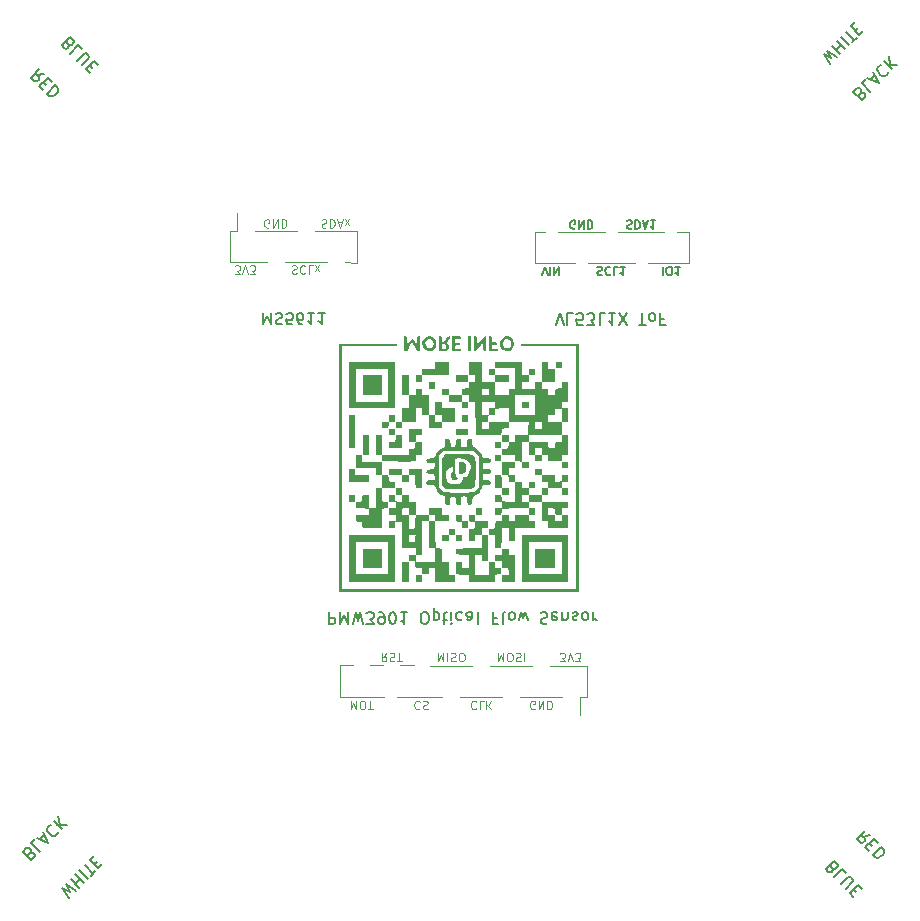
<source format=gbr>
%TF.GenerationSoftware,KiCad,Pcbnew,9.0.0*%
%TF.CreationDate,2025-11-21T14:04:07-05:00*%
%TF.ProjectId,LiteWingV2.5C,4c697465-5769-46e6-9756-322e35432e6b,rev?*%
%TF.SameCoordinates,Original*%
%TF.FileFunction,Legend,Bot*%
%TF.FilePolarity,Positive*%
%FSLAX46Y46*%
G04 Gerber Fmt 4.6, Leading zero omitted, Abs format (unit mm)*
G04 Created by KiCad (PCBNEW 9.0.0) date 2025-11-21 14:04:07*
%MOMM*%
%LPD*%
G01*
G04 APERTURE LIST*
G04 Aperture macros list*
%AMRoundRect*
0 Rectangle with rounded corners*
0 $1 Rounding radius*
0 $2 $3 $4 $5 $6 $7 $8 $9 X,Y pos of 4 corners*
0 Add a 4 corners polygon primitive as box body*
4,1,4,$2,$3,$4,$5,$6,$7,$8,$9,$2,$3,0*
0 Add four circle primitives for the rounded corners*
1,1,$1+$1,$2,$3*
1,1,$1+$1,$4,$5*
1,1,$1+$1,$6,$7*
1,1,$1+$1,$8,$9*
0 Add four rect primitives between the rounded corners*
20,1,$1+$1,$2,$3,$4,$5,0*
20,1,$1+$1,$4,$5,$6,$7,0*
20,1,$1+$1,$6,$7,$8,$9,0*
20,1,$1+$1,$8,$9,$2,$3,0*%
%AMRotRect*
0 Rectangle, with rotation*
0 The origin of the aperture is its center*
0 $1 length*
0 $2 width*
0 $3 Rotation angle, in degrees counterclockwise*
0 Add horizontal line*
21,1,$1,$2,0,0,$3*%
G04 Aperture macros list end*
%ADD10C,0.200000*%
%ADD11C,0.125000*%
%ADD12C,0.152400*%
%ADD13C,0.120000*%
%ADD14C,0.100000*%
%ADD15C,0.000000*%
%ADD16R,1.000000X1.000000*%
%ADD17O,1.000000X1.000000*%
%ADD18RoundRect,0.312500X-0.176777X0.795495X-0.795495X0.176777X0.176777X-0.795495X0.795495X-0.176777X0*%
%ADD19RotRect,1.500000X2.000000X225.000000*%
%ADD20RoundRect,0.312500X0.795495X0.176777X0.176777X0.795495X-0.795495X-0.176777X-0.176777X-0.795495X0*%
%ADD21RotRect,1.500000X2.000000X135.000000*%
%ADD22RoundRect,0.312500X0.176777X-0.795495X0.795495X-0.176777X-0.176777X0.795495X-0.795495X0.176777X0*%
%ADD23RotRect,1.500000X2.000000X45.000000*%
%ADD24R,1.700000X1.700000*%
%ADD25O,1.700000X1.700000*%
%ADD26C,0.650000*%
%ADD27O,1.000000X2.100000*%
%ADD28O,1.000000X1.800000*%
%ADD29O,1.800000X1.800000*%
%ADD30RoundRect,0.312500X-0.795495X-0.176777X-0.176777X-0.795495X0.795495X0.176777X0.176777X0.795495X0*%
%ADD31RotRect,1.500000X2.000000X315.000000*%
%ADD32C,1.700000*%
%ADD33R,1.000000X2.510000*%
%ADD34O,1.524000X1.524000*%
G04 APERTURE END LIST*
D10*
X179037321Y-128459380D02*
X179172008Y-128526723D01*
X179172008Y-128526723D02*
X179239351Y-128526723D01*
X179239351Y-128526723D02*
X179340366Y-128493052D01*
X179340366Y-128493052D02*
X179441382Y-128392036D01*
X179441382Y-128392036D02*
X179475053Y-128291021D01*
X179475053Y-128291021D02*
X179475053Y-128223678D01*
X179475053Y-128223678D02*
X179441382Y-128122662D01*
X179441382Y-128122662D02*
X179172008Y-127853288D01*
X179172008Y-127853288D02*
X178464901Y-128560395D01*
X178464901Y-128560395D02*
X178700603Y-128796097D01*
X178700603Y-128796097D02*
X178801618Y-128829769D01*
X178801618Y-128829769D02*
X178868962Y-128829769D01*
X178868962Y-128829769D02*
X178969977Y-128796097D01*
X178969977Y-128796097D02*
X179037321Y-128728754D01*
X179037321Y-128728754D02*
X179070992Y-128627739D01*
X179070992Y-128627739D02*
X179070992Y-128560395D01*
X179070992Y-128560395D02*
X179037321Y-128459380D01*
X179037321Y-128459380D02*
X178801618Y-128223678D01*
X180215832Y-128897113D02*
X179879114Y-128560395D01*
X179879114Y-128560395D02*
X179172008Y-129267502D01*
X179744428Y-129839922D02*
X180316847Y-129267502D01*
X180316847Y-129267502D02*
X180417863Y-129233830D01*
X180417863Y-129233830D02*
X180485206Y-129233830D01*
X180485206Y-129233830D02*
X180586221Y-129267502D01*
X180586221Y-129267502D02*
X180720908Y-129402189D01*
X180720908Y-129402189D02*
X180754580Y-129503204D01*
X180754580Y-129503204D02*
X180754580Y-129570548D01*
X180754580Y-129570548D02*
X180720908Y-129671563D01*
X180720908Y-129671563D02*
X180148489Y-130243983D01*
X180821924Y-130243983D02*
X181057626Y-130479685D01*
X181529030Y-130210311D02*
X181192313Y-129873593D01*
X181192313Y-129873593D02*
X180485206Y-130580700D01*
X180485206Y-130580700D02*
X180821924Y-130917418D01*
X182234069Y-125705349D02*
X181661649Y-125806365D01*
X181830008Y-125301288D02*
X181122901Y-126008395D01*
X181122901Y-126008395D02*
X181392275Y-126277769D01*
X181392275Y-126277769D02*
X181493290Y-126311441D01*
X181493290Y-126311441D02*
X181560634Y-126311441D01*
X181560634Y-126311441D02*
X181661649Y-126277769D01*
X181661649Y-126277769D02*
X181762664Y-126176754D01*
X181762664Y-126176754D02*
X181796336Y-126075739D01*
X181796336Y-126075739D02*
X181796336Y-126008395D01*
X181796336Y-126008395D02*
X181762664Y-125907380D01*
X181762664Y-125907380D02*
X181493290Y-125638006D01*
X182166725Y-126378784D02*
X182402427Y-126614487D01*
X182873832Y-126345113D02*
X182537114Y-126008395D01*
X182537114Y-126008395D02*
X181830008Y-126715502D01*
X181830008Y-126715502D02*
X182166725Y-127052219D01*
X183176878Y-126648158D02*
X182469771Y-127355265D01*
X182469771Y-127355265D02*
X182638130Y-127523624D01*
X182638130Y-127523624D02*
X182772817Y-127590967D01*
X182772817Y-127590967D02*
X182907504Y-127590967D01*
X182907504Y-127590967D02*
X183008519Y-127557296D01*
X183008519Y-127557296D02*
X183176878Y-127456280D01*
X183176878Y-127456280D02*
X183277893Y-127355265D01*
X183277893Y-127355265D02*
X183378908Y-127186906D01*
X183378908Y-127186906D02*
X183412580Y-127085891D01*
X183412580Y-127085891D02*
X183412580Y-126951204D01*
X183412580Y-126951204D02*
X183345237Y-126816517D01*
X183345237Y-126816517D02*
X183176878Y-126648158D01*
D11*
X144077323Y-114386270D02*
X144043456Y-114352404D01*
X144043456Y-114352404D02*
X143941856Y-114318537D01*
X143941856Y-114318537D02*
X143874123Y-114318537D01*
X143874123Y-114318537D02*
X143772523Y-114352404D01*
X143772523Y-114352404D02*
X143704790Y-114420137D01*
X143704790Y-114420137D02*
X143670923Y-114487870D01*
X143670923Y-114487870D02*
X143637056Y-114623337D01*
X143637056Y-114623337D02*
X143637056Y-114724937D01*
X143637056Y-114724937D02*
X143670923Y-114860404D01*
X143670923Y-114860404D02*
X143704790Y-114928137D01*
X143704790Y-114928137D02*
X143772523Y-114995870D01*
X143772523Y-114995870D02*
X143874123Y-115029737D01*
X143874123Y-115029737D02*
X143941856Y-115029737D01*
X143941856Y-115029737D02*
X144043456Y-114995870D01*
X144043456Y-114995870D02*
X144077323Y-114962004D01*
X144348256Y-114352404D02*
X144449856Y-114318537D01*
X144449856Y-114318537D02*
X144619190Y-114318537D01*
X144619190Y-114318537D02*
X144686923Y-114352404D01*
X144686923Y-114352404D02*
X144720790Y-114386270D01*
X144720790Y-114386270D02*
X144754656Y-114454004D01*
X144754656Y-114454004D02*
X144754656Y-114521737D01*
X144754656Y-114521737D02*
X144720790Y-114589470D01*
X144720790Y-114589470D02*
X144686923Y-114623337D01*
X144686923Y-114623337D02*
X144619190Y-114657204D01*
X144619190Y-114657204D02*
X144483723Y-114691070D01*
X144483723Y-114691070D02*
X144415990Y-114724937D01*
X144415990Y-114724937D02*
X144382123Y-114758804D01*
X144382123Y-114758804D02*
X144348256Y-114826537D01*
X144348256Y-114826537D02*
X144348256Y-114894270D01*
X144348256Y-114894270D02*
X144382123Y-114962004D01*
X144382123Y-114962004D02*
X144415990Y-114995870D01*
X144415990Y-114995870D02*
X144483723Y-115029737D01*
X144483723Y-115029737D02*
X144653056Y-115029737D01*
X144653056Y-115029737D02*
X144754656Y-114995870D01*
D10*
X112291069Y-61253349D02*
X111718649Y-61354365D01*
X111887008Y-60849288D02*
X111179901Y-61556395D01*
X111179901Y-61556395D02*
X111449275Y-61825769D01*
X111449275Y-61825769D02*
X111550290Y-61859441D01*
X111550290Y-61859441D02*
X111617634Y-61859441D01*
X111617634Y-61859441D02*
X111718649Y-61825769D01*
X111718649Y-61825769D02*
X111819664Y-61724754D01*
X111819664Y-61724754D02*
X111853336Y-61623739D01*
X111853336Y-61623739D02*
X111853336Y-61556395D01*
X111853336Y-61556395D02*
X111819664Y-61455380D01*
X111819664Y-61455380D02*
X111550290Y-61186006D01*
X112223725Y-61926784D02*
X112459427Y-62162487D01*
X112930832Y-61893113D02*
X112594114Y-61556395D01*
X112594114Y-61556395D02*
X111887008Y-62263502D01*
X111887008Y-62263502D02*
X112223725Y-62600219D01*
X113233878Y-62196158D02*
X112526771Y-62903265D01*
X112526771Y-62903265D02*
X112695130Y-63071624D01*
X112695130Y-63071624D02*
X112829817Y-63138967D01*
X112829817Y-63138967D02*
X112964504Y-63138967D01*
X112964504Y-63138967D02*
X113065519Y-63105296D01*
X113065519Y-63105296D02*
X113233878Y-63004280D01*
X113233878Y-63004280D02*
X113334893Y-62903265D01*
X113334893Y-62903265D02*
X113435908Y-62734906D01*
X113435908Y-62734906D02*
X113469580Y-62633891D01*
X113469580Y-62633891D02*
X113469580Y-62499204D01*
X113469580Y-62499204D02*
X113402237Y-62364517D01*
X113402237Y-62364517D02*
X113233878Y-62196158D01*
D11*
X150698256Y-110263537D02*
X150698256Y-110974737D01*
X150698256Y-110974737D02*
X150935323Y-110466737D01*
X150935323Y-110466737D02*
X151172389Y-110974737D01*
X151172389Y-110974737D02*
X151172389Y-110263537D01*
X151646523Y-110974737D02*
X151781989Y-110974737D01*
X151781989Y-110974737D02*
X151849723Y-110940870D01*
X151849723Y-110940870D02*
X151917456Y-110873137D01*
X151917456Y-110873137D02*
X151951323Y-110737670D01*
X151951323Y-110737670D02*
X151951323Y-110500604D01*
X151951323Y-110500604D02*
X151917456Y-110365137D01*
X151917456Y-110365137D02*
X151849723Y-110297404D01*
X151849723Y-110297404D02*
X151781989Y-110263537D01*
X151781989Y-110263537D02*
X151646523Y-110263537D01*
X151646523Y-110263537D02*
X151578789Y-110297404D01*
X151578789Y-110297404D02*
X151511056Y-110365137D01*
X151511056Y-110365137D02*
X151477189Y-110500604D01*
X151477189Y-110500604D02*
X151477189Y-110737670D01*
X151477189Y-110737670D02*
X151511056Y-110873137D01*
X151511056Y-110873137D02*
X151578789Y-110940870D01*
X151578789Y-110940870D02*
X151646523Y-110974737D01*
X152222256Y-110297404D02*
X152323856Y-110263537D01*
X152323856Y-110263537D02*
X152493190Y-110263537D01*
X152493190Y-110263537D02*
X152560923Y-110297404D01*
X152560923Y-110297404D02*
X152594790Y-110331270D01*
X152594790Y-110331270D02*
X152628656Y-110399004D01*
X152628656Y-110399004D02*
X152628656Y-110466737D01*
X152628656Y-110466737D02*
X152594790Y-110534470D01*
X152594790Y-110534470D02*
X152560923Y-110568337D01*
X152560923Y-110568337D02*
X152493190Y-110602204D01*
X152493190Y-110602204D02*
X152357723Y-110636070D01*
X152357723Y-110636070D02*
X152289990Y-110669937D01*
X152289990Y-110669937D02*
X152256123Y-110703804D01*
X152256123Y-110703804D02*
X152222256Y-110771537D01*
X152222256Y-110771537D02*
X152222256Y-110839270D01*
X152222256Y-110839270D02*
X152256123Y-110907004D01*
X152256123Y-110907004D02*
X152289990Y-110940870D01*
X152289990Y-110940870D02*
X152357723Y-110974737D01*
X152357723Y-110974737D02*
X152527056Y-110974737D01*
X152527056Y-110974737D02*
X152628656Y-110940870D01*
X152933456Y-110263537D02*
X152933456Y-110974737D01*
D10*
X114352321Y-58723380D02*
X114487008Y-58790723D01*
X114487008Y-58790723D02*
X114554351Y-58790723D01*
X114554351Y-58790723D02*
X114655366Y-58757052D01*
X114655366Y-58757052D02*
X114756382Y-58656036D01*
X114756382Y-58656036D02*
X114790053Y-58555021D01*
X114790053Y-58555021D02*
X114790053Y-58487678D01*
X114790053Y-58487678D02*
X114756382Y-58386662D01*
X114756382Y-58386662D02*
X114487008Y-58117288D01*
X114487008Y-58117288D02*
X113779901Y-58824395D01*
X113779901Y-58824395D02*
X114015603Y-59060097D01*
X114015603Y-59060097D02*
X114116618Y-59093769D01*
X114116618Y-59093769D02*
X114183962Y-59093769D01*
X114183962Y-59093769D02*
X114284977Y-59060097D01*
X114284977Y-59060097D02*
X114352321Y-58992754D01*
X114352321Y-58992754D02*
X114385992Y-58891739D01*
X114385992Y-58891739D02*
X114385992Y-58824395D01*
X114385992Y-58824395D02*
X114352321Y-58723380D01*
X114352321Y-58723380D02*
X114116618Y-58487678D01*
X115530832Y-59161113D02*
X115194114Y-58824395D01*
X115194114Y-58824395D02*
X114487008Y-59531502D01*
X115059428Y-60103922D02*
X115631847Y-59531502D01*
X115631847Y-59531502D02*
X115732863Y-59497830D01*
X115732863Y-59497830D02*
X115800206Y-59497830D01*
X115800206Y-59497830D02*
X115901221Y-59531502D01*
X115901221Y-59531502D02*
X116035908Y-59666189D01*
X116035908Y-59666189D02*
X116069580Y-59767204D01*
X116069580Y-59767204D02*
X116069580Y-59834548D01*
X116069580Y-59834548D02*
X116035908Y-59935563D01*
X116035908Y-59935563D02*
X115463489Y-60507983D01*
X116136924Y-60507983D02*
X116372626Y-60743685D01*
X116844030Y-60474311D02*
X116507313Y-60137593D01*
X116507313Y-60137593D02*
X115800206Y-60844700D01*
X115800206Y-60844700D02*
X116136924Y-61181418D01*
D11*
X148852523Y-114386270D02*
X148818656Y-114352404D01*
X148818656Y-114352404D02*
X148717056Y-114318537D01*
X148717056Y-114318537D02*
X148649323Y-114318537D01*
X148649323Y-114318537D02*
X148547723Y-114352404D01*
X148547723Y-114352404D02*
X148479990Y-114420137D01*
X148479990Y-114420137D02*
X148446123Y-114487870D01*
X148446123Y-114487870D02*
X148412256Y-114623337D01*
X148412256Y-114623337D02*
X148412256Y-114724937D01*
X148412256Y-114724937D02*
X148446123Y-114860404D01*
X148446123Y-114860404D02*
X148479990Y-114928137D01*
X148479990Y-114928137D02*
X148547723Y-114995870D01*
X148547723Y-114995870D02*
X148649323Y-115029737D01*
X148649323Y-115029737D02*
X148717056Y-115029737D01*
X148717056Y-115029737D02*
X148818656Y-114995870D01*
X148818656Y-114995870D02*
X148852523Y-114962004D01*
X149495990Y-114318537D02*
X149157323Y-114318537D01*
X149157323Y-114318537D02*
X149157323Y-115029737D01*
X149733056Y-114318537D02*
X149733056Y-115029737D01*
X150139456Y-114318537D02*
X149834656Y-114724937D01*
X150139456Y-115029737D02*
X149733056Y-114623337D01*
D10*
X155606650Y-82474780D02*
X155939983Y-81474780D01*
X155939983Y-81474780D02*
X156273316Y-82474780D01*
X157082840Y-81474780D02*
X156606650Y-81474780D01*
X156606650Y-81474780D02*
X156606650Y-82474780D01*
X157892364Y-82474780D02*
X157416174Y-82474780D01*
X157416174Y-82474780D02*
X157368555Y-81998590D01*
X157368555Y-81998590D02*
X157416174Y-82046209D01*
X157416174Y-82046209D02*
X157511412Y-82093828D01*
X157511412Y-82093828D02*
X157749507Y-82093828D01*
X157749507Y-82093828D02*
X157844745Y-82046209D01*
X157844745Y-82046209D02*
X157892364Y-81998590D01*
X157892364Y-81998590D02*
X157939983Y-81903352D01*
X157939983Y-81903352D02*
X157939983Y-81665257D01*
X157939983Y-81665257D02*
X157892364Y-81570019D01*
X157892364Y-81570019D02*
X157844745Y-81522400D01*
X157844745Y-81522400D02*
X157749507Y-81474780D01*
X157749507Y-81474780D02*
X157511412Y-81474780D01*
X157511412Y-81474780D02*
X157416174Y-81522400D01*
X157416174Y-81522400D02*
X157368555Y-81570019D01*
X158273317Y-82474780D02*
X158892364Y-82474780D01*
X158892364Y-82474780D02*
X158559031Y-82093828D01*
X158559031Y-82093828D02*
X158701888Y-82093828D01*
X158701888Y-82093828D02*
X158797126Y-82046209D01*
X158797126Y-82046209D02*
X158844745Y-81998590D01*
X158844745Y-81998590D02*
X158892364Y-81903352D01*
X158892364Y-81903352D02*
X158892364Y-81665257D01*
X158892364Y-81665257D02*
X158844745Y-81570019D01*
X158844745Y-81570019D02*
X158797126Y-81522400D01*
X158797126Y-81522400D02*
X158701888Y-81474780D01*
X158701888Y-81474780D02*
X158416174Y-81474780D01*
X158416174Y-81474780D02*
X158320936Y-81522400D01*
X158320936Y-81522400D02*
X158273317Y-81570019D01*
X159797126Y-81474780D02*
X159320936Y-81474780D01*
X159320936Y-81474780D02*
X159320936Y-82474780D01*
X160654269Y-81474780D02*
X160082841Y-81474780D01*
X160368555Y-81474780D02*
X160368555Y-82474780D01*
X160368555Y-82474780D02*
X160273317Y-82331923D01*
X160273317Y-82331923D02*
X160178079Y-82236685D01*
X160178079Y-82236685D02*
X160082841Y-82189066D01*
X160987603Y-82474780D02*
X161654269Y-81474780D01*
X161654269Y-82474780D02*
X160987603Y-81474780D01*
X162654270Y-82474780D02*
X163225698Y-82474780D01*
X162939984Y-81474780D02*
X162939984Y-82474780D01*
X163701889Y-81474780D02*
X163606651Y-81522400D01*
X163606651Y-81522400D02*
X163559032Y-81570019D01*
X163559032Y-81570019D02*
X163511413Y-81665257D01*
X163511413Y-81665257D02*
X163511413Y-81950971D01*
X163511413Y-81950971D02*
X163559032Y-82046209D01*
X163559032Y-82046209D02*
X163606651Y-82093828D01*
X163606651Y-82093828D02*
X163701889Y-82141447D01*
X163701889Y-82141447D02*
X163844746Y-82141447D01*
X163844746Y-82141447D02*
X163939984Y-82093828D01*
X163939984Y-82093828D02*
X163987603Y-82046209D01*
X163987603Y-82046209D02*
X164035222Y-81950971D01*
X164035222Y-81950971D02*
X164035222Y-81665257D01*
X164035222Y-81665257D02*
X163987603Y-81570019D01*
X163987603Y-81570019D02*
X163939984Y-81522400D01*
X163939984Y-81522400D02*
X163844746Y-81474780D01*
X163844746Y-81474780D02*
X163701889Y-81474780D01*
X164797127Y-81998590D02*
X164463794Y-81998590D01*
X164463794Y-81474780D02*
X164463794Y-82474780D01*
X164463794Y-82474780D02*
X164939984Y-82474780D01*
X136374173Y-106799780D02*
X136374173Y-107799780D01*
X136374173Y-107799780D02*
X136755125Y-107799780D01*
X136755125Y-107799780D02*
X136850363Y-107752161D01*
X136850363Y-107752161D02*
X136897982Y-107704542D01*
X136897982Y-107704542D02*
X136945601Y-107609304D01*
X136945601Y-107609304D02*
X136945601Y-107466447D01*
X136945601Y-107466447D02*
X136897982Y-107371209D01*
X136897982Y-107371209D02*
X136850363Y-107323590D01*
X136850363Y-107323590D02*
X136755125Y-107275971D01*
X136755125Y-107275971D02*
X136374173Y-107275971D01*
X137374173Y-106799780D02*
X137374173Y-107799780D01*
X137374173Y-107799780D02*
X137707506Y-107085495D01*
X137707506Y-107085495D02*
X138040839Y-107799780D01*
X138040839Y-107799780D02*
X138040839Y-106799780D01*
X138421792Y-107799780D02*
X138659887Y-106799780D01*
X138659887Y-106799780D02*
X138850363Y-107514066D01*
X138850363Y-107514066D02*
X139040839Y-106799780D01*
X139040839Y-106799780D02*
X139278935Y-107799780D01*
X139564649Y-107799780D02*
X140183696Y-107799780D01*
X140183696Y-107799780D02*
X139850363Y-107418828D01*
X139850363Y-107418828D02*
X139993220Y-107418828D01*
X139993220Y-107418828D02*
X140088458Y-107371209D01*
X140088458Y-107371209D02*
X140136077Y-107323590D01*
X140136077Y-107323590D02*
X140183696Y-107228352D01*
X140183696Y-107228352D02*
X140183696Y-106990257D01*
X140183696Y-106990257D02*
X140136077Y-106895019D01*
X140136077Y-106895019D02*
X140088458Y-106847400D01*
X140088458Y-106847400D02*
X139993220Y-106799780D01*
X139993220Y-106799780D02*
X139707506Y-106799780D01*
X139707506Y-106799780D02*
X139612268Y-106847400D01*
X139612268Y-106847400D02*
X139564649Y-106895019D01*
X140659887Y-106799780D02*
X140850363Y-106799780D01*
X140850363Y-106799780D02*
X140945601Y-106847400D01*
X140945601Y-106847400D02*
X140993220Y-106895019D01*
X140993220Y-106895019D02*
X141088458Y-107037876D01*
X141088458Y-107037876D02*
X141136077Y-107228352D01*
X141136077Y-107228352D02*
X141136077Y-107609304D01*
X141136077Y-107609304D02*
X141088458Y-107704542D01*
X141088458Y-107704542D02*
X141040839Y-107752161D01*
X141040839Y-107752161D02*
X140945601Y-107799780D01*
X140945601Y-107799780D02*
X140755125Y-107799780D01*
X140755125Y-107799780D02*
X140659887Y-107752161D01*
X140659887Y-107752161D02*
X140612268Y-107704542D01*
X140612268Y-107704542D02*
X140564649Y-107609304D01*
X140564649Y-107609304D02*
X140564649Y-107371209D01*
X140564649Y-107371209D02*
X140612268Y-107275971D01*
X140612268Y-107275971D02*
X140659887Y-107228352D01*
X140659887Y-107228352D02*
X140755125Y-107180733D01*
X140755125Y-107180733D02*
X140945601Y-107180733D01*
X140945601Y-107180733D02*
X141040839Y-107228352D01*
X141040839Y-107228352D02*
X141088458Y-107275971D01*
X141088458Y-107275971D02*
X141136077Y-107371209D01*
X141755125Y-107799780D02*
X141850363Y-107799780D01*
X141850363Y-107799780D02*
X141945601Y-107752161D01*
X141945601Y-107752161D02*
X141993220Y-107704542D01*
X141993220Y-107704542D02*
X142040839Y-107609304D01*
X142040839Y-107609304D02*
X142088458Y-107418828D01*
X142088458Y-107418828D02*
X142088458Y-107180733D01*
X142088458Y-107180733D02*
X142040839Y-106990257D01*
X142040839Y-106990257D02*
X141993220Y-106895019D01*
X141993220Y-106895019D02*
X141945601Y-106847400D01*
X141945601Y-106847400D02*
X141850363Y-106799780D01*
X141850363Y-106799780D02*
X141755125Y-106799780D01*
X141755125Y-106799780D02*
X141659887Y-106847400D01*
X141659887Y-106847400D02*
X141612268Y-106895019D01*
X141612268Y-106895019D02*
X141564649Y-106990257D01*
X141564649Y-106990257D02*
X141517030Y-107180733D01*
X141517030Y-107180733D02*
X141517030Y-107418828D01*
X141517030Y-107418828D02*
X141564649Y-107609304D01*
X141564649Y-107609304D02*
X141612268Y-107704542D01*
X141612268Y-107704542D02*
X141659887Y-107752161D01*
X141659887Y-107752161D02*
X141755125Y-107799780D01*
X143040839Y-106799780D02*
X142469411Y-106799780D01*
X142755125Y-106799780D02*
X142755125Y-107799780D01*
X142755125Y-107799780D02*
X142659887Y-107656923D01*
X142659887Y-107656923D02*
X142564649Y-107561685D01*
X142564649Y-107561685D02*
X142469411Y-107514066D01*
X144421792Y-107799780D02*
X144612268Y-107799780D01*
X144612268Y-107799780D02*
X144707506Y-107752161D01*
X144707506Y-107752161D02*
X144802744Y-107656923D01*
X144802744Y-107656923D02*
X144850363Y-107466447D01*
X144850363Y-107466447D02*
X144850363Y-107133114D01*
X144850363Y-107133114D02*
X144802744Y-106942638D01*
X144802744Y-106942638D02*
X144707506Y-106847400D01*
X144707506Y-106847400D02*
X144612268Y-106799780D01*
X144612268Y-106799780D02*
X144421792Y-106799780D01*
X144421792Y-106799780D02*
X144326554Y-106847400D01*
X144326554Y-106847400D02*
X144231316Y-106942638D01*
X144231316Y-106942638D02*
X144183697Y-107133114D01*
X144183697Y-107133114D02*
X144183697Y-107466447D01*
X144183697Y-107466447D02*
X144231316Y-107656923D01*
X144231316Y-107656923D02*
X144326554Y-107752161D01*
X144326554Y-107752161D02*
X144421792Y-107799780D01*
X145278935Y-107466447D02*
X145278935Y-106466447D01*
X145278935Y-107418828D02*
X145374173Y-107466447D01*
X145374173Y-107466447D02*
X145564649Y-107466447D01*
X145564649Y-107466447D02*
X145659887Y-107418828D01*
X145659887Y-107418828D02*
X145707506Y-107371209D01*
X145707506Y-107371209D02*
X145755125Y-107275971D01*
X145755125Y-107275971D02*
X145755125Y-106990257D01*
X145755125Y-106990257D02*
X145707506Y-106895019D01*
X145707506Y-106895019D02*
X145659887Y-106847400D01*
X145659887Y-106847400D02*
X145564649Y-106799780D01*
X145564649Y-106799780D02*
X145374173Y-106799780D01*
X145374173Y-106799780D02*
X145278935Y-106847400D01*
X146040840Y-107466447D02*
X146421792Y-107466447D01*
X146183697Y-107799780D02*
X146183697Y-106942638D01*
X146183697Y-106942638D02*
X146231316Y-106847400D01*
X146231316Y-106847400D02*
X146326554Y-106799780D01*
X146326554Y-106799780D02*
X146421792Y-106799780D01*
X146755126Y-106799780D02*
X146755126Y-107466447D01*
X146755126Y-107799780D02*
X146707507Y-107752161D01*
X146707507Y-107752161D02*
X146755126Y-107704542D01*
X146755126Y-107704542D02*
X146802745Y-107752161D01*
X146802745Y-107752161D02*
X146755126Y-107799780D01*
X146755126Y-107799780D02*
X146755126Y-107704542D01*
X147659887Y-106847400D02*
X147564649Y-106799780D01*
X147564649Y-106799780D02*
X147374173Y-106799780D01*
X147374173Y-106799780D02*
X147278935Y-106847400D01*
X147278935Y-106847400D02*
X147231316Y-106895019D01*
X147231316Y-106895019D02*
X147183697Y-106990257D01*
X147183697Y-106990257D02*
X147183697Y-107275971D01*
X147183697Y-107275971D02*
X147231316Y-107371209D01*
X147231316Y-107371209D02*
X147278935Y-107418828D01*
X147278935Y-107418828D02*
X147374173Y-107466447D01*
X147374173Y-107466447D02*
X147564649Y-107466447D01*
X147564649Y-107466447D02*
X147659887Y-107418828D01*
X148517030Y-106799780D02*
X148517030Y-107323590D01*
X148517030Y-107323590D02*
X148469411Y-107418828D01*
X148469411Y-107418828D02*
X148374173Y-107466447D01*
X148374173Y-107466447D02*
X148183697Y-107466447D01*
X148183697Y-107466447D02*
X148088459Y-107418828D01*
X148517030Y-106847400D02*
X148421792Y-106799780D01*
X148421792Y-106799780D02*
X148183697Y-106799780D01*
X148183697Y-106799780D02*
X148088459Y-106847400D01*
X148088459Y-106847400D02*
X148040840Y-106942638D01*
X148040840Y-106942638D02*
X148040840Y-107037876D01*
X148040840Y-107037876D02*
X148088459Y-107133114D01*
X148088459Y-107133114D02*
X148183697Y-107180733D01*
X148183697Y-107180733D02*
X148421792Y-107180733D01*
X148421792Y-107180733D02*
X148517030Y-107228352D01*
X149136078Y-106799780D02*
X149040840Y-106847400D01*
X149040840Y-106847400D02*
X148993221Y-106942638D01*
X148993221Y-106942638D02*
X148993221Y-107799780D01*
X150612269Y-107323590D02*
X150278936Y-107323590D01*
X150278936Y-106799780D02*
X150278936Y-107799780D01*
X150278936Y-107799780D02*
X150755126Y-107799780D01*
X151278936Y-106799780D02*
X151183698Y-106847400D01*
X151183698Y-106847400D02*
X151136079Y-106942638D01*
X151136079Y-106942638D02*
X151136079Y-107799780D01*
X151802746Y-106799780D02*
X151707508Y-106847400D01*
X151707508Y-106847400D02*
X151659889Y-106895019D01*
X151659889Y-106895019D02*
X151612270Y-106990257D01*
X151612270Y-106990257D02*
X151612270Y-107275971D01*
X151612270Y-107275971D02*
X151659889Y-107371209D01*
X151659889Y-107371209D02*
X151707508Y-107418828D01*
X151707508Y-107418828D02*
X151802746Y-107466447D01*
X151802746Y-107466447D02*
X151945603Y-107466447D01*
X151945603Y-107466447D02*
X152040841Y-107418828D01*
X152040841Y-107418828D02*
X152088460Y-107371209D01*
X152088460Y-107371209D02*
X152136079Y-107275971D01*
X152136079Y-107275971D02*
X152136079Y-106990257D01*
X152136079Y-106990257D02*
X152088460Y-106895019D01*
X152088460Y-106895019D02*
X152040841Y-106847400D01*
X152040841Y-106847400D02*
X151945603Y-106799780D01*
X151945603Y-106799780D02*
X151802746Y-106799780D01*
X152469413Y-107466447D02*
X152659889Y-106799780D01*
X152659889Y-106799780D02*
X152850365Y-107275971D01*
X152850365Y-107275971D02*
X153040841Y-106799780D01*
X153040841Y-106799780D02*
X153231317Y-107466447D01*
X154326556Y-106847400D02*
X154469413Y-106799780D01*
X154469413Y-106799780D02*
X154707508Y-106799780D01*
X154707508Y-106799780D02*
X154802746Y-106847400D01*
X154802746Y-106847400D02*
X154850365Y-106895019D01*
X154850365Y-106895019D02*
X154897984Y-106990257D01*
X154897984Y-106990257D02*
X154897984Y-107085495D01*
X154897984Y-107085495D02*
X154850365Y-107180733D01*
X154850365Y-107180733D02*
X154802746Y-107228352D01*
X154802746Y-107228352D02*
X154707508Y-107275971D01*
X154707508Y-107275971D02*
X154517032Y-107323590D01*
X154517032Y-107323590D02*
X154421794Y-107371209D01*
X154421794Y-107371209D02*
X154374175Y-107418828D01*
X154374175Y-107418828D02*
X154326556Y-107514066D01*
X154326556Y-107514066D02*
X154326556Y-107609304D01*
X154326556Y-107609304D02*
X154374175Y-107704542D01*
X154374175Y-107704542D02*
X154421794Y-107752161D01*
X154421794Y-107752161D02*
X154517032Y-107799780D01*
X154517032Y-107799780D02*
X154755127Y-107799780D01*
X154755127Y-107799780D02*
X154897984Y-107752161D01*
X155707508Y-106847400D02*
X155612270Y-106799780D01*
X155612270Y-106799780D02*
X155421794Y-106799780D01*
X155421794Y-106799780D02*
X155326556Y-106847400D01*
X155326556Y-106847400D02*
X155278937Y-106942638D01*
X155278937Y-106942638D02*
X155278937Y-107323590D01*
X155278937Y-107323590D02*
X155326556Y-107418828D01*
X155326556Y-107418828D02*
X155421794Y-107466447D01*
X155421794Y-107466447D02*
X155612270Y-107466447D01*
X155612270Y-107466447D02*
X155707508Y-107418828D01*
X155707508Y-107418828D02*
X155755127Y-107323590D01*
X155755127Y-107323590D02*
X155755127Y-107228352D01*
X155755127Y-107228352D02*
X155278937Y-107133114D01*
X156183699Y-107466447D02*
X156183699Y-106799780D01*
X156183699Y-107371209D02*
X156231318Y-107418828D01*
X156231318Y-107418828D02*
X156326556Y-107466447D01*
X156326556Y-107466447D02*
X156469413Y-107466447D01*
X156469413Y-107466447D02*
X156564651Y-107418828D01*
X156564651Y-107418828D02*
X156612270Y-107323590D01*
X156612270Y-107323590D02*
X156612270Y-106799780D01*
X157040842Y-106847400D02*
X157136080Y-106799780D01*
X157136080Y-106799780D02*
X157326556Y-106799780D01*
X157326556Y-106799780D02*
X157421794Y-106847400D01*
X157421794Y-106847400D02*
X157469413Y-106942638D01*
X157469413Y-106942638D02*
X157469413Y-106990257D01*
X157469413Y-106990257D02*
X157421794Y-107085495D01*
X157421794Y-107085495D02*
X157326556Y-107133114D01*
X157326556Y-107133114D02*
X157183699Y-107133114D01*
X157183699Y-107133114D02*
X157088461Y-107180733D01*
X157088461Y-107180733D02*
X157040842Y-107275971D01*
X157040842Y-107275971D02*
X157040842Y-107323590D01*
X157040842Y-107323590D02*
X157088461Y-107418828D01*
X157088461Y-107418828D02*
X157183699Y-107466447D01*
X157183699Y-107466447D02*
X157326556Y-107466447D01*
X157326556Y-107466447D02*
X157421794Y-107418828D01*
X158040842Y-106799780D02*
X157945604Y-106847400D01*
X157945604Y-106847400D02*
X157897985Y-106895019D01*
X157897985Y-106895019D02*
X157850366Y-106990257D01*
X157850366Y-106990257D02*
X157850366Y-107275971D01*
X157850366Y-107275971D02*
X157897985Y-107371209D01*
X157897985Y-107371209D02*
X157945604Y-107418828D01*
X157945604Y-107418828D02*
X158040842Y-107466447D01*
X158040842Y-107466447D02*
X158183699Y-107466447D01*
X158183699Y-107466447D02*
X158278937Y-107418828D01*
X158278937Y-107418828D02*
X158326556Y-107371209D01*
X158326556Y-107371209D02*
X158374175Y-107275971D01*
X158374175Y-107275971D02*
X158374175Y-106990257D01*
X158374175Y-106990257D02*
X158326556Y-106895019D01*
X158326556Y-106895019D02*
X158278937Y-106847400D01*
X158278937Y-106847400D02*
X158183699Y-106799780D01*
X158183699Y-106799780D02*
X158040842Y-106799780D01*
X158802747Y-106799780D02*
X158802747Y-107466447D01*
X158802747Y-107275971D02*
X158850366Y-107371209D01*
X158850366Y-107371209D02*
X158897985Y-107418828D01*
X158897985Y-107418828D02*
X158993223Y-107466447D01*
X158993223Y-107466447D02*
X159088461Y-107466447D01*
D11*
X135781888Y-73561404D02*
X135883488Y-73527537D01*
X135883488Y-73527537D02*
X136052822Y-73527537D01*
X136052822Y-73527537D02*
X136120555Y-73561404D01*
X136120555Y-73561404D02*
X136154422Y-73595270D01*
X136154422Y-73595270D02*
X136188288Y-73663004D01*
X136188288Y-73663004D02*
X136188288Y-73730737D01*
X136188288Y-73730737D02*
X136154422Y-73798470D01*
X136154422Y-73798470D02*
X136120555Y-73832337D01*
X136120555Y-73832337D02*
X136052822Y-73866204D01*
X136052822Y-73866204D02*
X135917355Y-73900070D01*
X135917355Y-73900070D02*
X135849622Y-73933937D01*
X135849622Y-73933937D02*
X135815755Y-73967804D01*
X135815755Y-73967804D02*
X135781888Y-74035537D01*
X135781888Y-74035537D02*
X135781888Y-74103270D01*
X135781888Y-74103270D02*
X135815755Y-74171004D01*
X135815755Y-74171004D02*
X135849622Y-74204870D01*
X135849622Y-74204870D02*
X135917355Y-74238737D01*
X135917355Y-74238737D02*
X136086688Y-74238737D01*
X136086688Y-74238737D02*
X136188288Y-74204870D01*
X136493088Y-73527537D02*
X136493088Y-74238737D01*
X136493088Y-74238737D02*
X136662421Y-74238737D01*
X136662421Y-74238737D02*
X136764021Y-74204870D01*
X136764021Y-74204870D02*
X136831755Y-74137137D01*
X136831755Y-74137137D02*
X136865621Y-74069404D01*
X136865621Y-74069404D02*
X136899488Y-73933937D01*
X136899488Y-73933937D02*
X136899488Y-73832337D01*
X136899488Y-73832337D02*
X136865621Y-73696870D01*
X136865621Y-73696870D02*
X136831755Y-73629137D01*
X136831755Y-73629137D02*
X136764021Y-73561404D01*
X136764021Y-73561404D02*
X136662421Y-73527537D01*
X136662421Y-73527537D02*
X136493088Y-73527537D01*
X137170421Y-73730737D02*
X137509088Y-73730737D01*
X137102688Y-73527537D02*
X137339755Y-74238737D01*
X137339755Y-74238737D02*
X137576821Y-73527537D01*
X137746155Y-73527537D02*
X138118688Y-74001670D01*
X137746155Y-74001670D02*
X138118688Y-73527537D01*
X153813989Y-114995870D02*
X153746256Y-115029737D01*
X153746256Y-115029737D02*
X153644656Y-115029737D01*
X153644656Y-115029737D02*
X153543056Y-114995870D01*
X153543056Y-114995870D02*
X153475323Y-114928137D01*
X153475323Y-114928137D02*
X153441456Y-114860404D01*
X153441456Y-114860404D02*
X153407589Y-114724937D01*
X153407589Y-114724937D02*
X153407589Y-114623337D01*
X153407589Y-114623337D02*
X153441456Y-114487870D01*
X153441456Y-114487870D02*
X153475323Y-114420137D01*
X153475323Y-114420137D02*
X153543056Y-114352404D01*
X153543056Y-114352404D02*
X153644656Y-114318537D01*
X153644656Y-114318537D02*
X153712389Y-114318537D01*
X153712389Y-114318537D02*
X153813989Y-114352404D01*
X153813989Y-114352404D02*
X153847856Y-114386270D01*
X153847856Y-114386270D02*
X153847856Y-114623337D01*
X153847856Y-114623337D02*
X153712389Y-114623337D01*
X154152656Y-114318537D02*
X154152656Y-115029737D01*
X154152656Y-115029737D02*
X154559056Y-114318537D01*
X154559056Y-114318537D02*
X154559056Y-115029737D01*
X154897723Y-114318537D02*
X154897723Y-115029737D01*
X154897723Y-115029737D02*
X155067056Y-115029737D01*
X155067056Y-115029737D02*
X155168656Y-114995870D01*
X155168656Y-114995870D02*
X155236390Y-114928137D01*
X155236390Y-114928137D02*
X155270256Y-114860404D01*
X155270256Y-114860404D02*
X155304123Y-114724937D01*
X155304123Y-114724937D02*
X155304123Y-114623337D01*
X155304123Y-114623337D02*
X155270256Y-114487870D01*
X155270256Y-114487870D02*
X155236390Y-114420137D01*
X155236390Y-114420137D02*
X155168656Y-114352404D01*
X155168656Y-114352404D02*
X155067056Y-114318537D01*
X155067056Y-114318537D02*
X154897723Y-114318537D01*
D10*
X114374552Y-130995942D02*
X113835804Y-130120476D01*
X113835804Y-130120476D02*
X114475567Y-130490865D01*
X114475567Y-130490865D02*
X114105178Y-129851102D01*
X114105178Y-129851102D02*
X114980643Y-130389850D01*
X114542910Y-129413369D02*
X115250017Y-130120476D01*
X114913299Y-129783759D02*
X115317360Y-129379698D01*
X114946971Y-129009308D02*
X115654078Y-129716415D01*
X115283689Y-128672591D02*
X115990795Y-129379698D01*
X116226497Y-129143996D02*
X116630558Y-128739935D01*
X115721421Y-128234858D02*
X116428528Y-128941965D01*
X116529543Y-128167515D02*
X116765246Y-127931813D01*
X116495872Y-127460408D02*
X116159154Y-127797126D01*
X116159154Y-127797126D02*
X116866261Y-128504232D01*
X116866261Y-128504232D02*
X117202978Y-128167515D01*
D11*
X131311489Y-74204870D02*
X131243756Y-74238737D01*
X131243756Y-74238737D02*
X131142156Y-74238737D01*
X131142156Y-74238737D02*
X131040556Y-74204870D01*
X131040556Y-74204870D02*
X130972823Y-74137137D01*
X130972823Y-74137137D02*
X130938956Y-74069404D01*
X130938956Y-74069404D02*
X130905089Y-73933937D01*
X130905089Y-73933937D02*
X130905089Y-73832337D01*
X130905089Y-73832337D02*
X130938956Y-73696870D01*
X130938956Y-73696870D02*
X130972823Y-73629137D01*
X130972823Y-73629137D02*
X131040556Y-73561404D01*
X131040556Y-73561404D02*
X131142156Y-73527537D01*
X131142156Y-73527537D02*
X131209889Y-73527537D01*
X131209889Y-73527537D02*
X131311489Y-73561404D01*
X131311489Y-73561404D02*
X131345356Y-73595270D01*
X131345356Y-73595270D02*
X131345356Y-73832337D01*
X131345356Y-73832337D02*
X131209889Y-73832337D01*
X131650156Y-73527537D02*
X131650156Y-74238737D01*
X131650156Y-74238737D02*
X132056556Y-73527537D01*
X132056556Y-73527537D02*
X132056556Y-74238737D01*
X132395223Y-73527537D02*
X132395223Y-74238737D01*
X132395223Y-74238737D02*
X132564556Y-74238737D01*
X132564556Y-74238737D02*
X132666156Y-74204870D01*
X132666156Y-74204870D02*
X132733890Y-74137137D01*
X132733890Y-74137137D02*
X132767756Y-74069404D01*
X132767756Y-74069404D02*
X132801623Y-73933937D01*
X132801623Y-73933937D02*
X132801623Y-73832337D01*
X132801623Y-73832337D02*
X132767756Y-73696870D01*
X132767756Y-73696870D02*
X132733890Y-73629137D01*
X132733890Y-73629137D02*
X132666156Y-73561404D01*
X132666156Y-73561404D02*
X132564556Y-73527537D01*
X132564556Y-73527537D02*
X132395223Y-73527537D01*
X138235322Y-114318537D02*
X138235322Y-115029737D01*
X138235322Y-115029737D02*
X138472389Y-114521737D01*
X138472389Y-114521737D02*
X138709455Y-115029737D01*
X138709455Y-115029737D02*
X138709455Y-114318537D01*
X139183589Y-115029737D02*
X139319055Y-115029737D01*
X139319055Y-115029737D02*
X139386789Y-114995870D01*
X139386789Y-114995870D02*
X139454522Y-114928137D01*
X139454522Y-114928137D02*
X139488389Y-114792670D01*
X139488389Y-114792670D02*
X139488389Y-114555604D01*
X139488389Y-114555604D02*
X139454522Y-114420137D01*
X139454522Y-114420137D02*
X139386789Y-114352404D01*
X139386789Y-114352404D02*
X139319055Y-114318537D01*
X139319055Y-114318537D02*
X139183589Y-114318537D01*
X139183589Y-114318537D02*
X139115855Y-114352404D01*
X139115855Y-114352404D02*
X139048122Y-114420137D01*
X139048122Y-114420137D02*
X139014255Y-114555604D01*
X139014255Y-114555604D02*
X139014255Y-114792670D01*
X139014255Y-114792670D02*
X139048122Y-114928137D01*
X139048122Y-114928137D02*
X139115855Y-114995870D01*
X139115855Y-114995870D02*
X139183589Y-115029737D01*
X139691589Y-115029737D02*
X140097989Y-115029737D01*
X139894789Y-114318537D02*
X139894789Y-115029737D01*
X155964336Y-110974737D02*
X156404602Y-110974737D01*
X156404602Y-110974737D02*
X156167536Y-110703804D01*
X156167536Y-110703804D02*
X156269136Y-110703804D01*
X156269136Y-110703804D02*
X156336869Y-110669937D01*
X156336869Y-110669937D02*
X156370736Y-110636070D01*
X156370736Y-110636070D02*
X156404602Y-110568337D01*
X156404602Y-110568337D02*
X156404602Y-110399004D01*
X156404602Y-110399004D02*
X156370736Y-110331270D01*
X156370736Y-110331270D02*
X156336869Y-110297404D01*
X156336869Y-110297404D02*
X156269136Y-110263537D01*
X156269136Y-110263537D02*
X156065936Y-110263537D01*
X156065936Y-110263537D02*
X155998202Y-110297404D01*
X155998202Y-110297404D02*
X155964336Y-110331270D01*
X156607802Y-110974737D02*
X156844869Y-110263537D01*
X156844869Y-110263537D02*
X157081935Y-110974737D01*
X157251269Y-110974737D02*
X157691535Y-110974737D01*
X157691535Y-110974737D02*
X157454469Y-110703804D01*
X157454469Y-110703804D02*
X157556069Y-110703804D01*
X157556069Y-110703804D02*
X157623802Y-110669937D01*
X157623802Y-110669937D02*
X157657669Y-110636070D01*
X157657669Y-110636070D02*
X157691535Y-110568337D01*
X157691535Y-110568337D02*
X157691535Y-110399004D01*
X157691535Y-110399004D02*
X157657669Y-110331270D01*
X157657669Y-110331270D02*
X157623802Y-110297404D01*
X157623802Y-110297404D02*
X157556069Y-110263537D01*
X157556069Y-110263537D02*
X157352869Y-110263537D01*
X157352869Y-110263537D02*
X157285135Y-110297404D01*
X157285135Y-110297404D02*
X157251269Y-110331270D01*
X141266389Y-110263537D02*
X141029322Y-110602204D01*
X140859989Y-110263537D02*
X140859989Y-110974737D01*
X140859989Y-110974737D02*
X141130922Y-110974737D01*
X141130922Y-110974737D02*
X141198656Y-110940870D01*
X141198656Y-110940870D02*
X141232522Y-110907004D01*
X141232522Y-110907004D02*
X141266389Y-110839270D01*
X141266389Y-110839270D02*
X141266389Y-110737670D01*
X141266389Y-110737670D02*
X141232522Y-110669937D01*
X141232522Y-110669937D02*
X141198656Y-110636070D01*
X141198656Y-110636070D02*
X141130922Y-110602204D01*
X141130922Y-110602204D02*
X140859989Y-110602204D01*
X141537322Y-110297404D02*
X141638922Y-110263537D01*
X141638922Y-110263537D02*
X141808256Y-110263537D01*
X141808256Y-110263537D02*
X141875989Y-110297404D01*
X141875989Y-110297404D02*
X141909856Y-110331270D01*
X141909856Y-110331270D02*
X141943722Y-110399004D01*
X141943722Y-110399004D02*
X141943722Y-110466737D01*
X141943722Y-110466737D02*
X141909856Y-110534470D01*
X141909856Y-110534470D02*
X141875989Y-110568337D01*
X141875989Y-110568337D02*
X141808256Y-110602204D01*
X141808256Y-110602204D02*
X141672789Y-110636070D01*
X141672789Y-110636070D02*
X141605056Y-110669937D01*
X141605056Y-110669937D02*
X141571189Y-110703804D01*
X141571189Y-110703804D02*
X141537322Y-110771537D01*
X141537322Y-110771537D02*
X141537322Y-110839270D01*
X141537322Y-110839270D02*
X141571189Y-110907004D01*
X141571189Y-110907004D02*
X141605056Y-110940870D01*
X141605056Y-110940870D02*
X141672789Y-110974737D01*
X141672789Y-110974737D02*
X141842122Y-110974737D01*
X141842122Y-110974737D02*
X141943722Y-110940870D01*
X142146922Y-110974737D02*
X142553322Y-110974737D01*
X142350122Y-110263537D02*
X142350122Y-110974737D01*
X145618256Y-110263537D02*
X145618256Y-110974737D01*
X145618256Y-110974737D02*
X145855323Y-110466737D01*
X145855323Y-110466737D02*
X146092389Y-110974737D01*
X146092389Y-110974737D02*
X146092389Y-110263537D01*
X146431056Y-110263537D02*
X146431056Y-110974737D01*
X146735856Y-110297404D02*
X146837456Y-110263537D01*
X146837456Y-110263537D02*
X147006790Y-110263537D01*
X147006790Y-110263537D02*
X147074523Y-110297404D01*
X147074523Y-110297404D02*
X147108390Y-110331270D01*
X147108390Y-110331270D02*
X147142256Y-110399004D01*
X147142256Y-110399004D02*
X147142256Y-110466737D01*
X147142256Y-110466737D02*
X147108390Y-110534470D01*
X147108390Y-110534470D02*
X147074523Y-110568337D01*
X147074523Y-110568337D02*
X147006790Y-110602204D01*
X147006790Y-110602204D02*
X146871323Y-110636070D01*
X146871323Y-110636070D02*
X146803590Y-110669937D01*
X146803590Y-110669937D02*
X146769723Y-110703804D01*
X146769723Y-110703804D02*
X146735856Y-110771537D01*
X146735856Y-110771537D02*
X146735856Y-110839270D01*
X146735856Y-110839270D02*
X146769723Y-110907004D01*
X146769723Y-110907004D02*
X146803590Y-110940870D01*
X146803590Y-110940870D02*
X146871323Y-110974737D01*
X146871323Y-110974737D02*
X147040656Y-110974737D01*
X147040656Y-110974737D02*
X147142256Y-110940870D01*
X147582523Y-110974737D02*
X147717989Y-110974737D01*
X147717989Y-110974737D02*
X147785723Y-110940870D01*
X147785723Y-110940870D02*
X147853456Y-110873137D01*
X147853456Y-110873137D02*
X147887323Y-110737670D01*
X147887323Y-110737670D02*
X147887323Y-110500604D01*
X147887323Y-110500604D02*
X147853456Y-110365137D01*
X147853456Y-110365137D02*
X147785723Y-110297404D01*
X147785723Y-110297404D02*
X147717989Y-110263537D01*
X147717989Y-110263537D02*
X147582523Y-110263537D01*
X147582523Y-110263537D02*
X147514789Y-110297404D01*
X147514789Y-110297404D02*
X147447056Y-110365137D01*
X147447056Y-110365137D02*
X147413189Y-110500604D01*
X147413189Y-110500604D02*
X147413189Y-110737670D01*
X147413189Y-110737670D02*
X147447056Y-110873137D01*
X147447056Y-110873137D02*
X147514789Y-110940870D01*
X147514789Y-110940870D02*
X147582523Y-110974737D01*
D10*
X111120880Y-127212178D02*
X111188223Y-127077491D01*
X111188223Y-127077491D02*
X111188223Y-127010148D01*
X111188223Y-127010148D02*
X111154552Y-126909133D01*
X111154552Y-126909133D02*
X111053536Y-126808117D01*
X111053536Y-126808117D02*
X110952521Y-126774446D01*
X110952521Y-126774446D02*
X110885178Y-126774446D01*
X110885178Y-126774446D02*
X110784162Y-126808117D01*
X110784162Y-126808117D02*
X110514788Y-127077491D01*
X110514788Y-127077491D02*
X111221895Y-127784598D01*
X111221895Y-127784598D02*
X111457597Y-127548896D01*
X111457597Y-127548896D02*
X111491269Y-127447881D01*
X111491269Y-127447881D02*
X111491269Y-127380537D01*
X111491269Y-127380537D02*
X111457597Y-127279522D01*
X111457597Y-127279522D02*
X111390254Y-127212178D01*
X111390254Y-127212178D02*
X111289239Y-127178507D01*
X111289239Y-127178507D02*
X111221895Y-127178507D01*
X111221895Y-127178507D02*
X111120880Y-127212178D01*
X111120880Y-127212178D02*
X110885178Y-127447881D01*
X111558613Y-126033667D02*
X111221895Y-126370385D01*
X111221895Y-126370385D02*
X111929002Y-127077491D01*
X111962674Y-126033667D02*
X112299391Y-125696949D01*
X111693300Y-125898980D02*
X112636109Y-126370384D01*
X112636109Y-126370384D02*
X112164704Y-125427575D01*
X112871811Y-124855156D02*
X112804468Y-124855156D01*
X112804468Y-124855156D02*
X112669781Y-124922499D01*
X112669781Y-124922499D02*
X112602437Y-124989843D01*
X112602437Y-124989843D02*
X112535094Y-125124530D01*
X112535094Y-125124530D02*
X112535094Y-125259217D01*
X112535094Y-125259217D02*
X112568765Y-125360232D01*
X112568765Y-125360232D02*
X112669781Y-125528591D01*
X112669781Y-125528591D02*
X112770796Y-125629606D01*
X112770796Y-125629606D02*
X112939155Y-125730621D01*
X112939155Y-125730621D02*
X113040170Y-125764293D01*
X113040170Y-125764293D02*
X113174857Y-125764293D01*
X113174857Y-125764293D02*
X113309544Y-125696949D01*
X113309544Y-125696949D02*
X113376887Y-125629606D01*
X113376887Y-125629606D02*
X113444231Y-125494919D01*
X113444231Y-125494919D02*
X113444231Y-125427575D01*
X113107513Y-124484766D02*
X113814620Y-125191873D01*
X113511574Y-124080705D02*
X113612590Y-124787812D01*
X114218681Y-124787812D02*
X113410559Y-124787812D01*
X130860268Y-81489411D02*
X130860268Y-82439411D01*
X130860268Y-82439411D02*
X131176935Y-81760840D01*
X131176935Y-81760840D02*
X131493601Y-82439411D01*
X131493601Y-82439411D02*
X131493601Y-81489411D01*
X131900744Y-81534650D02*
X132036458Y-81489411D01*
X132036458Y-81489411D02*
X132262649Y-81489411D01*
X132262649Y-81489411D02*
X132353125Y-81534650D01*
X132353125Y-81534650D02*
X132398363Y-81579888D01*
X132398363Y-81579888D02*
X132443601Y-81670364D01*
X132443601Y-81670364D02*
X132443601Y-81760840D01*
X132443601Y-81760840D02*
X132398363Y-81851316D01*
X132398363Y-81851316D02*
X132353125Y-81896554D01*
X132353125Y-81896554D02*
X132262649Y-81941792D01*
X132262649Y-81941792D02*
X132081696Y-81987030D01*
X132081696Y-81987030D02*
X131991220Y-82032269D01*
X131991220Y-82032269D02*
X131945982Y-82077507D01*
X131945982Y-82077507D02*
X131900744Y-82167983D01*
X131900744Y-82167983D02*
X131900744Y-82258459D01*
X131900744Y-82258459D02*
X131945982Y-82348935D01*
X131945982Y-82348935D02*
X131991220Y-82394173D01*
X131991220Y-82394173D02*
X132081696Y-82439411D01*
X132081696Y-82439411D02*
X132307887Y-82439411D01*
X132307887Y-82439411D02*
X132443601Y-82394173D01*
X133303125Y-82439411D02*
X132850744Y-82439411D01*
X132850744Y-82439411D02*
X132805506Y-81987030D01*
X132805506Y-81987030D02*
X132850744Y-82032269D01*
X132850744Y-82032269D02*
X132941220Y-82077507D01*
X132941220Y-82077507D02*
X133167411Y-82077507D01*
X133167411Y-82077507D02*
X133257887Y-82032269D01*
X133257887Y-82032269D02*
X133303125Y-81987030D01*
X133303125Y-81987030D02*
X133348363Y-81896554D01*
X133348363Y-81896554D02*
X133348363Y-81670364D01*
X133348363Y-81670364D02*
X133303125Y-81579888D01*
X133303125Y-81579888D02*
X133257887Y-81534650D01*
X133257887Y-81534650D02*
X133167411Y-81489411D01*
X133167411Y-81489411D02*
X132941220Y-81489411D01*
X132941220Y-81489411D02*
X132850744Y-81534650D01*
X132850744Y-81534650D02*
X132805506Y-81579888D01*
X134162649Y-82439411D02*
X133981696Y-82439411D01*
X133981696Y-82439411D02*
X133891220Y-82394173D01*
X133891220Y-82394173D02*
X133845982Y-82348935D01*
X133845982Y-82348935D02*
X133755506Y-82213221D01*
X133755506Y-82213221D02*
X133710268Y-82032269D01*
X133710268Y-82032269D02*
X133710268Y-81670364D01*
X133710268Y-81670364D02*
X133755506Y-81579888D01*
X133755506Y-81579888D02*
X133800744Y-81534650D01*
X133800744Y-81534650D02*
X133891220Y-81489411D01*
X133891220Y-81489411D02*
X134072173Y-81489411D01*
X134072173Y-81489411D02*
X134162649Y-81534650D01*
X134162649Y-81534650D02*
X134207887Y-81579888D01*
X134207887Y-81579888D02*
X134253125Y-81670364D01*
X134253125Y-81670364D02*
X134253125Y-81896554D01*
X134253125Y-81896554D02*
X134207887Y-81987030D01*
X134207887Y-81987030D02*
X134162649Y-82032269D01*
X134162649Y-82032269D02*
X134072173Y-82077507D01*
X134072173Y-82077507D02*
X133891220Y-82077507D01*
X133891220Y-82077507D02*
X133800744Y-82032269D01*
X133800744Y-82032269D02*
X133755506Y-81987030D01*
X133755506Y-81987030D02*
X133710268Y-81896554D01*
X135157887Y-81489411D02*
X134615030Y-81489411D01*
X134886458Y-81489411D02*
X134886458Y-82439411D01*
X134886458Y-82439411D02*
X134795982Y-82303697D01*
X134795982Y-82303697D02*
X134705506Y-82213221D01*
X134705506Y-82213221D02*
X134615030Y-82167983D01*
X136062649Y-81489411D02*
X135519792Y-81489411D01*
X135791220Y-81489411D02*
X135791220Y-82439411D01*
X135791220Y-82439411D02*
X135700744Y-82303697D01*
X135700744Y-82303697D02*
X135610268Y-82213221D01*
X135610268Y-82213221D02*
X135519792Y-82167983D01*
D11*
X133258822Y-77478517D02*
X133360422Y-77444650D01*
X133360422Y-77444650D02*
X133529756Y-77444650D01*
X133529756Y-77444650D02*
X133597489Y-77478517D01*
X133597489Y-77478517D02*
X133631356Y-77512383D01*
X133631356Y-77512383D02*
X133665222Y-77580117D01*
X133665222Y-77580117D02*
X133665222Y-77647850D01*
X133665222Y-77647850D02*
X133631356Y-77715583D01*
X133631356Y-77715583D02*
X133597489Y-77749450D01*
X133597489Y-77749450D02*
X133529756Y-77783317D01*
X133529756Y-77783317D02*
X133394289Y-77817183D01*
X133394289Y-77817183D02*
X133326556Y-77851050D01*
X133326556Y-77851050D02*
X133292689Y-77884917D01*
X133292689Y-77884917D02*
X133258822Y-77952650D01*
X133258822Y-77952650D02*
X133258822Y-78020383D01*
X133258822Y-78020383D02*
X133292689Y-78088117D01*
X133292689Y-78088117D02*
X133326556Y-78121983D01*
X133326556Y-78121983D02*
X133394289Y-78155850D01*
X133394289Y-78155850D02*
X133563622Y-78155850D01*
X133563622Y-78155850D02*
X133665222Y-78121983D01*
X134376422Y-77512383D02*
X134342555Y-77478517D01*
X134342555Y-77478517D02*
X134240955Y-77444650D01*
X134240955Y-77444650D02*
X134173222Y-77444650D01*
X134173222Y-77444650D02*
X134071622Y-77478517D01*
X134071622Y-77478517D02*
X134003889Y-77546250D01*
X134003889Y-77546250D02*
X133970022Y-77613983D01*
X133970022Y-77613983D02*
X133936155Y-77749450D01*
X133936155Y-77749450D02*
X133936155Y-77851050D01*
X133936155Y-77851050D02*
X133970022Y-77986517D01*
X133970022Y-77986517D02*
X134003889Y-78054250D01*
X134003889Y-78054250D02*
X134071622Y-78121983D01*
X134071622Y-78121983D02*
X134173222Y-78155850D01*
X134173222Y-78155850D02*
X134240955Y-78155850D01*
X134240955Y-78155850D02*
X134342555Y-78121983D01*
X134342555Y-78121983D02*
X134376422Y-78088117D01*
X135019889Y-77444650D02*
X134681222Y-77444650D01*
X134681222Y-77444650D02*
X134681222Y-78155850D01*
X135189222Y-77444650D02*
X135561755Y-77918783D01*
X135189222Y-77918783D02*
X135561755Y-77444650D01*
X128431210Y-78155850D02*
X128871476Y-78155850D01*
X128871476Y-78155850D02*
X128634410Y-77884917D01*
X128634410Y-77884917D02*
X128736010Y-77884917D01*
X128736010Y-77884917D02*
X128803743Y-77851050D01*
X128803743Y-77851050D02*
X128837610Y-77817183D01*
X128837610Y-77817183D02*
X128871476Y-77749450D01*
X128871476Y-77749450D02*
X128871476Y-77580117D01*
X128871476Y-77580117D02*
X128837610Y-77512383D01*
X128837610Y-77512383D02*
X128803743Y-77478517D01*
X128803743Y-77478517D02*
X128736010Y-77444650D01*
X128736010Y-77444650D02*
X128532810Y-77444650D01*
X128532810Y-77444650D02*
X128465076Y-77478517D01*
X128465076Y-77478517D02*
X128431210Y-77512383D01*
X129074676Y-78155850D02*
X129311743Y-77444650D01*
X129311743Y-77444650D02*
X129548809Y-78155850D01*
X129718143Y-78155850D02*
X130158409Y-78155850D01*
X130158409Y-78155850D02*
X129921343Y-77884917D01*
X129921343Y-77884917D02*
X130022943Y-77884917D01*
X130022943Y-77884917D02*
X130090676Y-77851050D01*
X130090676Y-77851050D02*
X130124543Y-77817183D01*
X130124543Y-77817183D02*
X130158409Y-77749450D01*
X130158409Y-77749450D02*
X130158409Y-77580117D01*
X130158409Y-77580117D02*
X130124543Y-77512383D01*
X130124543Y-77512383D02*
X130090676Y-77478517D01*
X130090676Y-77478517D02*
X130022943Y-77444650D01*
X130022943Y-77444650D02*
X129819743Y-77444650D01*
X129819743Y-77444650D02*
X129752009Y-77478517D01*
X129752009Y-77478517D02*
X129718143Y-77512383D01*
D10*
X181424880Y-62869178D02*
X181492223Y-62734491D01*
X181492223Y-62734491D02*
X181492223Y-62667148D01*
X181492223Y-62667148D02*
X181458552Y-62566133D01*
X181458552Y-62566133D02*
X181357536Y-62465117D01*
X181357536Y-62465117D02*
X181256521Y-62431446D01*
X181256521Y-62431446D02*
X181189178Y-62431446D01*
X181189178Y-62431446D02*
X181088162Y-62465117D01*
X181088162Y-62465117D02*
X180818788Y-62734491D01*
X180818788Y-62734491D02*
X181525895Y-63441598D01*
X181525895Y-63441598D02*
X181761597Y-63205896D01*
X181761597Y-63205896D02*
X181795269Y-63104881D01*
X181795269Y-63104881D02*
X181795269Y-63037537D01*
X181795269Y-63037537D02*
X181761597Y-62936522D01*
X181761597Y-62936522D02*
X181694254Y-62869178D01*
X181694254Y-62869178D02*
X181593239Y-62835507D01*
X181593239Y-62835507D02*
X181525895Y-62835507D01*
X181525895Y-62835507D02*
X181424880Y-62869178D01*
X181424880Y-62869178D02*
X181189178Y-63104881D01*
X181862613Y-61690667D02*
X181525895Y-62027385D01*
X181525895Y-62027385D02*
X182233002Y-62734491D01*
X182266674Y-61690667D02*
X182603391Y-61353949D01*
X181997300Y-61555980D02*
X182940109Y-62027384D01*
X182940109Y-62027384D02*
X182468704Y-61084575D01*
X183175811Y-60512156D02*
X183108468Y-60512156D01*
X183108468Y-60512156D02*
X182973781Y-60579499D01*
X182973781Y-60579499D02*
X182906437Y-60646843D01*
X182906437Y-60646843D02*
X182839094Y-60781530D01*
X182839094Y-60781530D02*
X182839094Y-60916217D01*
X182839094Y-60916217D02*
X182872765Y-61017232D01*
X182872765Y-61017232D02*
X182973781Y-61185591D01*
X182973781Y-61185591D02*
X183074796Y-61286606D01*
X183074796Y-61286606D02*
X183243155Y-61387621D01*
X183243155Y-61387621D02*
X183344170Y-61421293D01*
X183344170Y-61421293D02*
X183478857Y-61421293D01*
X183478857Y-61421293D02*
X183613544Y-61353949D01*
X183613544Y-61353949D02*
X183680887Y-61286606D01*
X183680887Y-61286606D02*
X183748231Y-61151919D01*
X183748231Y-61151919D02*
X183748231Y-61084575D01*
X183411513Y-60141766D02*
X184118620Y-60848873D01*
X183815574Y-59737705D02*
X183916590Y-60444812D01*
X184522681Y-60444812D02*
X183714559Y-60444812D01*
X178830552Y-60414942D02*
X178291804Y-59539476D01*
X178291804Y-59539476D02*
X178931567Y-59909865D01*
X178931567Y-59909865D02*
X178561178Y-59270102D01*
X178561178Y-59270102D02*
X179436643Y-59808850D01*
X178998910Y-58832369D02*
X179706017Y-59539476D01*
X179369299Y-59202759D02*
X179773360Y-58798698D01*
X179402971Y-58428308D02*
X180110078Y-59135415D01*
X179739689Y-58091591D02*
X180446795Y-58798698D01*
X180682497Y-58562996D02*
X181086558Y-58158935D01*
X180177421Y-57653858D02*
X180884528Y-58360965D01*
X180985543Y-57586515D02*
X181221246Y-57350813D01*
X180951872Y-56879408D02*
X180615154Y-57216126D01*
X180615154Y-57216126D02*
X181322261Y-57923232D01*
X181322261Y-57923232D02*
X181658978Y-57586515D01*
D12*
X164681082Y-77549630D02*
X164681082Y-78260830D01*
X165155216Y-78260830D02*
X165290682Y-78260830D01*
X165290682Y-78260830D02*
X165358416Y-78226963D01*
X165358416Y-78226963D02*
X165426149Y-78159230D01*
X165426149Y-78159230D02*
X165460016Y-78023763D01*
X165460016Y-78023763D02*
X165460016Y-77786697D01*
X165460016Y-77786697D02*
X165426149Y-77651230D01*
X165426149Y-77651230D02*
X165358416Y-77583497D01*
X165358416Y-77583497D02*
X165290682Y-77549630D01*
X165290682Y-77549630D02*
X165155216Y-77549630D01*
X165155216Y-77549630D02*
X165087482Y-77583497D01*
X165087482Y-77583497D02*
X165019749Y-77651230D01*
X165019749Y-77651230D02*
X164985882Y-77786697D01*
X164985882Y-77786697D02*
X164985882Y-78023763D01*
X164985882Y-78023763D02*
X165019749Y-78159230D01*
X165019749Y-78159230D02*
X165087482Y-78226963D01*
X165087482Y-78226963D02*
X165155216Y-78260830D01*
X166137349Y-77549630D02*
X165730949Y-77549630D01*
X165934149Y-77549630D02*
X165934149Y-78260830D01*
X165934149Y-78260830D02*
X165866416Y-78159230D01*
X165866416Y-78159230D02*
X165798683Y-78091497D01*
X165798683Y-78091497D02*
X165730949Y-78057630D01*
X159126949Y-77583497D02*
X159228549Y-77549630D01*
X159228549Y-77549630D02*
X159397883Y-77549630D01*
X159397883Y-77549630D02*
X159465616Y-77583497D01*
X159465616Y-77583497D02*
X159499483Y-77617363D01*
X159499483Y-77617363D02*
X159533349Y-77685097D01*
X159533349Y-77685097D02*
X159533349Y-77752830D01*
X159533349Y-77752830D02*
X159499483Y-77820563D01*
X159499483Y-77820563D02*
X159465616Y-77854430D01*
X159465616Y-77854430D02*
X159397883Y-77888297D01*
X159397883Y-77888297D02*
X159262416Y-77922163D01*
X159262416Y-77922163D02*
X159194683Y-77956030D01*
X159194683Y-77956030D02*
X159160816Y-77989897D01*
X159160816Y-77989897D02*
X159126949Y-78057630D01*
X159126949Y-78057630D02*
X159126949Y-78125363D01*
X159126949Y-78125363D02*
X159160816Y-78193097D01*
X159160816Y-78193097D02*
X159194683Y-78226963D01*
X159194683Y-78226963D02*
X159262416Y-78260830D01*
X159262416Y-78260830D02*
X159431749Y-78260830D01*
X159431749Y-78260830D02*
X159533349Y-78226963D01*
X160244549Y-77617363D02*
X160210682Y-77583497D01*
X160210682Y-77583497D02*
X160109082Y-77549630D01*
X160109082Y-77549630D02*
X160041349Y-77549630D01*
X160041349Y-77549630D02*
X159939749Y-77583497D01*
X159939749Y-77583497D02*
X159872016Y-77651230D01*
X159872016Y-77651230D02*
X159838149Y-77718963D01*
X159838149Y-77718963D02*
X159804282Y-77854430D01*
X159804282Y-77854430D02*
X159804282Y-77956030D01*
X159804282Y-77956030D02*
X159838149Y-78091497D01*
X159838149Y-78091497D02*
X159872016Y-78159230D01*
X159872016Y-78159230D02*
X159939749Y-78226963D01*
X159939749Y-78226963D02*
X160041349Y-78260830D01*
X160041349Y-78260830D02*
X160109082Y-78260830D01*
X160109082Y-78260830D02*
X160210682Y-78226963D01*
X160210682Y-78226963D02*
X160244549Y-78193097D01*
X160888016Y-77549630D02*
X160549349Y-77549630D01*
X160549349Y-77549630D02*
X160549349Y-78260830D01*
X161497615Y-77549630D02*
X161091215Y-77549630D01*
X161294415Y-77549630D02*
X161294415Y-78260830D01*
X161294415Y-78260830D02*
X161226682Y-78159230D01*
X161226682Y-78159230D02*
X161158949Y-78091497D01*
X161158949Y-78091497D02*
X161091215Y-78057630D01*
X154453348Y-78260830D02*
X154690415Y-77549630D01*
X154690415Y-77549630D02*
X154927481Y-78260830D01*
X155164548Y-77549630D02*
X155164548Y-78260830D01*
X155503215Y-77549630D02*
X155503215Y-78260830D01*
X155503215Y-78260830D02*
X155909615Y-77549630D01*
X155909615Y-77549630D02*
X155909615Y-78260830D01*
X157230415Y-74309850D02*
X157162682Y-74343717D01*
X157162682Y-74343717D02*
X157061082Y-74343717D01*
X157061082Y-74343717D02*
X156959482Y-74309850D01*
X156959482Y-74309850D02*
X156891749Y-74242117D01*
X156891749Y-74242117D02*
X156857882Y-74174384D01*
X156857882Y-74174384D02*
X156824015Y-74038917D01*
X156824015Y-74038917D02*
X156824015Y-73937317D01*
X156824015Y-73937317D02*
X156857882Y-73801850D01*
X156857882Y-73801850D02*
X156891749Y-73734117D01*
X156891749Y-73734117D02*
X156959482Y-73666384D01*
X156959482Y-73666384D02*
X157061082Y-73632517D01*
X157061082Y-73632517D02*
X157128815Y-73632517D01*
X157128815Y-73632517D02*
X157230415Y-73666384D01*
X157230415Y-73666384D02*
X157264282Y-73700250D01*
X157264282Y-73700250D02*
X157264282Y-73937317D01*
X157264282Y-73937317D02*
X157128815Y-73937317D01*
X157569082Y-73632517D02*
X157569082Y-74343717D01*
X157569082Y-74343717D02*
X157975482Y-73632517D01*
X157975482Y-73632517D02*
X157975482Y-74343717D01*
X158314149Y-73632517D02*
X158314149Y-74343717D01*
X158314149Y-74343717D02*
X158483482Y-74343717D01*
X158483482Y-74343717D02*
X158585082Y-74309850D01*
X158585082Y-74309850D02*
X158652816Y-74242117D01*
X158652816Y-74242117D02*
X158686682Y-74174384D01*
X158686682Y-74174384D02*
X158720549Y-74038917D01*
X158720549Y-74038917D02*
X158720549Y-73937317D01*
X158720549Y-73937317D02*
X158686682Y-73801850D01*
X158686682Y-73801850D02*
X158652816Y-73734117D01*
X158652816Y-73734117D02*
X158585082Y-73666384D01*
X158585082Y-73666384D02*
X158483482Y-73632517D01*
X158483482Y-73632517D02*
X158314149Y-73632517D01*
X161650015Y-73666384D02*
X161751615Y-73632517D01*
X161751615Y-73632517D02*
X161920949Y-73632517D01*
X161920949Y-73632517D02*
X161988682Y-73666384D01*
X161988682Y-73666384D02*
X162022549Y-73700250D01*
X162022549Y-73700250D02*
X162056415Y-73767984D01*
X162056415Y-73767984D02*
X162056415Y-73835717D01*
X162056415Y-73835717D02*
X162022549Y-73903450D01*
X162022549Y-73903450D02*
X161988682Y-73937317D01*
X161988682Y-73937317D02*
X161920949Y-73971184D01*
X161920949Y-73971184D02*
X161785482Y-74005050D01*
X161785482Y-74005050D02*
X161717749Y-74038917D01*
X161717749Y-74038917D02*
X161683882Y-74072784D01*
X161683882Y-74072784D02*
X161650015Y-74140517D01*
X161650015Y-74140517D02*
X161650015Y-74208250D01*
X161650015Y-74208250D02*
X161683882Y-74275984D01*
X161683882Y-74275984D02*
X161717749Y-74309850D01*
X161717749Y-74309850D02*
X161785482Y-74343717D01*
X161785482Y-74343717D02*
X161954815Y-74343717D01*
X161954815Y-74343717D02*
X162056415Y-74309850D01*
X162361215Y-73632517D02*
X162361215Y-74343717D01*
X162361215Y-74343717D02*
X162530548Y-74343717D01*
X162530548Y-74343717D02*
X162632148Y-74309850D01*
X162632148Y-74309850D02*
X162699882Y-74242117D01*
X162699882Y-74242117D02*
X162733748Y-74174384D01*
X162733748Y-74174384D02*
X162767615Y-74038917D01*
X162767615Y-74038917D02*
X162767615Y-73937317D01*
X162767615Y-73937317D02*
X162733748Y-73801850D01*
X162733748Y-73801850D02*
X162699882Y-73734117D01*
X162699882Y-73734117D02*
X162632148Y-73666384D01*
X162632148Y-73666384D02*
X162530548Y-73632517D01*
X162530548Y-73632517D02*
X162361215Y-73632517D01*
X163038548Y-73835717D02*
X163377215Y-73835717D01*
X162970815Y-73632517D02*
X163207882Y-74343717D01*
X163207882Y-74343717D02*
X163444948Y-73632517D01*
X164054548Y-73632517D02*
X163648148Y-73632517D01*
X163851348Y-73632517D02*
X163851348Y-74343717D01*
X163851348Y-74343717D02*
X163783615Y-74242117D01*
X163783615Y-74242117D02*
X163715882Y-74174384D01*
X163715882Y-74174384D02*
X163648148Y-74140517D01*
D13*
%TO.C,J11*%
X137332495Y-111305500D02*
X137332495Y-113965500D01*
X137332495Y-111305500D02*
X138475506Y-111305500D01*
X137332495Y-113965500D02*
X146010000Y-113986500D01*
X139874989Y-111305500D02*
X141018000Y-111305500D01*
X142452989Y-111305500D02*
X143596000Y-111305500D01*
X144990000Y-111326500D02*
X148550000Y-111326500D01*
X147530000Y-113986500D02*
X151090000Y-113986500D01*
X150070000Y-111326500D02*
X153630000Y-111326500D01*
X152610000Y-113986500D02*
X156170000Y-113986500D01*
X155150000Y-111326500D02*
X158260000Y-111326500D01*
X157690000Y-113986500D02*
X158260000Y-113986500D01*
X157690000Y-115506500D02*
X157690000Y-113986500D01*
X158260000Y-111326500D02*
X158260000Y-113986500D01*
%TO.C,J13*%
X128017499Y-77199000D02*
X128017499Y-74539000D01*
X128587499Y-73019000D02*
X128587499Y-74539000D01*
X128587499Y-74539000D02*
X128017499Y-74539000D01*
X131127498Y-77199000D02*
X128017499Y-77199000D01*
X133667500Y-74539000D02*
X130107499Y-74538999D01*
X136207499Y-77199000D02*
X132647499Y-77199000D01*
X138747499Y-74539000D02*
X135187499Y-74539000D01*
X138752499Y-77209000D02*
X137727499Y-77199000D01*
X138752499Y-77209000D02*
X138752499Y-74549000D01*
%TO.C,J12*%
D14*
X166861499Y-74654300D02*
X153869600Y-74654300D01*
X153869600Y-77276000D01*
X166861499Y-77276000D01*
X166861499Y-74654300D01*
D15*
%TO.C,G\u002A\u002A\u002A*%
G36*
X138647841Y-91517950D02*
G01*
X138647841Y-92917749D01*
X138367881Y-92917749D01*
X138087921Y-92917749D01*
X138087921Y-91517950D01*
X138087921Y-90118150D01*
X138367881Y-90118150D01*
X138647841Y-90118150D01*
X138647841Y-91517950D01*
G37*
G36*
X138647841Y-97168050D02*
G01*
X138647841Y-97448010D01*
X138367881Y-97448010D01*
X138087921Y-97448011D01*
X138087921Y-97168050D01*
X138087922Y-96888090D01*
X138367881Y-96888090D01*
X138647841Y-96888090D01*
X138647841Y-97168050D01*
G37*
G36*
X139767681Y-92663240D02*
G01*
X139767681Y-93477669D01*
X139513172Y-93477669D01*
X139258663Y-93477669D01*
X139258663Y-92663240D01*
X139258663Y-91848812D01*
X139513172Y-91848812D01*
X139767681Y-91848812D01*
X139767681Y-92663240D01*
G37*
G36*
X140887520Y-87598512D02*
G01*
X140887520Y-88438390D01*
X140073092Y-88438391D01*
X139258663Y-88438391D01*
X139258663Y-87598511D01*
X139258663Y-86758631D01*
X140073092Y-86758631D01*
X140887520Y-86758631D01*
X140887520Y-87598512D01*
G37*
G36*
X140887520Y-92663240D02*
G01*
X140887520Y-93477669D01*
X140633011Y-93477669D01*
X140378502Y-93477669D01*
X140378502Y-92663240D01*
X140378502Y-91848812D01*
X140633011Y-91848812D01*
X140887520Y-91848812D01*
X140887520Y-92663240D01*
G37*
G36*
X140887520Y-102232779D02*
G01*
X140887520Y-103047208D01*
X140073091Y-103047208D01*
X139258663Y-103047208D01*
X139258663Y-102232779D01*
X139258663Y-101418351D01*
X140073092Y-101418351D01*
X140887520Y-101418351D01*
X140887520Y-102232779D01*
G37*
G36*
X142007360Y-91288893D02*
G01*
X142007360Y-91543402D01*
X142007360Y-91797911D01*
X141752851Y-91797911D01*
X141498342Y-91797911D01*
X141498341Y-91543401D01*
X141498341Y-91288892D01*
X141752850Y-91288892D01*
X142007360Y-91288893D01*
G37*
G36*
X142567280Y-94902920D02*
G01*
X142567280Y-95157429D01*
X142032811Y-95157429D01*
X141498342Y-95157429D01*
X141498342Y-94902920D01*
X141498342Y-94648411D01*
X142032811Y-94648411D01*
X142567280Y-94648411D01*
X142567280Y-94902920D01*
G37*
G36*
X143178102Y-102538190D02*
G01*
X143178102Y-103378070D01*
X143178103Y-104217950D01*
X142898142Y-104217950D01*
X142618182Y-104217951D01*
X142618182Y-103378070D01*
X142618182Y-102538190D01*
X142898142Y-102538189D01*
X143178102Y-102538190D01*
G37*
G36*
X143178102Y-95208331D02*
G01*
X143178103Y-95488291D01*
X143178103Y-95768250D01*
X142898142Y-95768250D01*
X142618181Y-95768250D01*
X142618181Y-95488291D01*
X142618182Y-95208331D01*
X142898142Y-95208330D01*
X143178102Y-95208331D01*
G37*
G36*
X144297941Y-87038590D02*
G01*
X144297941Y-87318551D01*
X144017981Y-87318551D01*
X143738022Y-87318551D01*
X143738021Y-87038591D01*
X143738021Y-86758631D01*
X144017981Y-86758631D01*
X144297941Y-86758631D01*
X144297941Y-87038590D01*
G37*
G36*
X144297941Y-103937990D02*
G01*
X144297940Y-104217950D01*
X144017981Y-104217950D01*
X143738021Y-104217950D01*
X143738022Y-103937990D01*
X143738021Y-103658030D01*
X144017981Y-103658030D01*
X144297940Y-103658030D01*
X144297941Y-103937990D01*
G37*
G36*
X145417781Y-87598511D02*
G01*
X145417781Y-87878471D01*
X145137821Y-87878471D01*
X144857861Y-87878471D01*
X144857862Y-87598511D01*
X144857861Y-87318551D01*
X145137821Y-87318551D01*
X145417781Y-87318551D01*
X145417781Y-87598511D01*
G37*
G36*
X146537621Y-88160098D02*
G01*
X146537621Y-88438391D01*
X146257661Y-88438391D01*
X145977701Y-88438391D01*
X145977701Y-88158431D01*
X145977701Y-87878471D01*
X146257661Y-87878471D01*
X146537621Y-87878471D01*
X146537621Y-88160098D01*
G37*
G36*
X146537621Y-100553020D02*
G01*
X146537621Y-100807529D01*
X146257661Y-100807529D01*
X145977701Y-100807529D01*
X145977701Y-100553020D01*
X145977701Y-100298511D01*
X146257661Y-100298511D01*
X146537621Y-100298511D01*
X146537621Y-100553020D01*
G37*
G36*
X147097540Y-99993100D02*
G01*
X147097540Y-100247609D01*
X146817580Y-100247609D01*
X146537621Y-100247609D01*
X146537621Y-99993100D01*
X146537621Y-99738591D01*
X146817580Y-99738591D01*
X147097540Y-99738591D01*
X147097540Y-99993100D01*
G37*
G36*
X147657460Y-100553020D02*
G01*
X147657460Y-100807529D01*
X147402951Y-100807529D01*
X147148442Y-100807529D01*
X147148442Y-100553020D01*
X147148442Y-100298511D01*
X147402951Y-100298511D01*
X147657460Y-100298511D01*
X147657460Y-100553020D01*
G37*
G36*
X148217380Y-87038591D02*
G01*
X148217380Y-87318551D01*
X147682911Y-87318551D01*
X147148441Y-87318551D01*
X147148442Y-87038591D01*
X147148442Y-86758631D01*
X147682911Y-86758631D01*
X148217380Y-86758631D01*
X148217380Y-87038591D01*
G37*
G36*
X148217380Y-90398110D02*
G01*
X148217380Y-90678070D01*
X147962871Y-90678070D01*
X147708362Y-90678070D01*
X147708362Y-90398110D01*
X147708362Y-90118150D01*
X147962871Y-90118150D01*
X148217380Y-90118150D01*
X148217380Y-90398110D01*
G37*
G36*
X148217380Y-91543401D02*
G01*
X148217380Y-91797910D01*
X147682911Y-91797910D01*
X147148442Y-91797911D01*
X147148442Y-91543402D01*
X147148441Y-91288892D01*
X147682911Y-91288892D01*
X148217380Y-91288892D01*
X148217380Y-91543401D01*
G37*
G36*
X148420987Y-84086286D02*
G01*
X148420987Y-84722559D01*
X148293733Y-84722559D01*
X148166478Y-84722559D01*
X148166478Y-84086286D01*
X148166478Y-83450014D01*
X148293733Y-83450014D01*
X148420987Y-83450014D01*
X148420987Y-84086286D01*
G37*
G36*
X149337220Y-98287890D02*
G01*
X149337220Y-98567850D01*
X149082711Y-98567850D01*
X148828202Y-98567850D01*
X148828202Y-98287890D01*
X148828202Y-98007930D01*
X149082711Y-98007930D01*
X149337220Y-98007930D01*
X149337220Y-98287890D01*
G37*
G36*
X150457059Y-86453221D02*
G01*
X150457059Y-86707730D01*
X150202550Y-86707730D01*
X149948040Y-86707729D01*
X149948040Y-86453220D01*
X149948040Y-86198711D01*
X150202549Y-86198711D01*
X150457058Y-86198711D01*
X150457059Y-86453221D01*
G37*
G36*
X151016979Y-92663240D02*
G01*
X151016979Y-92917749D01*
X150762470Y-92917749D01*
X150507961Y-92917749D01*
X150507961Y-92663240D01*
X150507961Y-92408731D01*
X150762470Y-92408731D01*
X151016979Y-92408731D01*
X151016979Y-92663240D01*
G37*
G36*
X151016979Y-93783080D02*
G01*
X151016979Y-94037589D01*
X150762470Y-94037589D01*
X150507961Y-94037589D01*
X150507961Y-93783080D01*
X150507961Y-93528571D01*
X150762470Y-93528571D01*
X151016979Y-93528571D01*
X151016979Y-93783080D01*
G37*
G36*
X151627801Y-87038591D02*
G01*
X151627802Y-87318551D01*
X151067880Y-87318551D01*
X150507961Y-87318551D01*
X150507961Y-87038590D01*
X150507961Y-86758631D01*
X151067881Y-86758631D01*
X151627801Y-86758631D01*
X151627801Y-87038591D01*
G37*
G36*
X151627801Y-92103321D02*
G01*
X151627801Y-92357830D01*
X151347841Y-92357830D01*
X151067881Y-92357830D01*
X151067881Y-92103321D01*
X151067881Y-91848812D01*
X151347841Y-91848812D01*
X151627801Y-91848812D01*
X151627801Y-92103321D01*
G37*
G36*
X153307560Y-89278270D02*
G01*
X153307560Y-89558230D01*
X153027601Y-89558230D01*
X152747641Y-89558230D01*
X152747641Y-89278271D01*
X152747641Y-88998311D01*
X153027601Y-88998311D01*
X153307560Y-88998311D01*
X153307560Y-89278270D01*
G37*
G36*
X153867480Y-86453220D02*
G01*
X153867480Y-86707729D01*
X153587520Y-86707729D01*
X153307560Y-86707729D01*
X153307560Y-86453220D01*
X153307560Y-86198711D01*
X153587520Y-86198711D01*
X153867480Y-86198711D01*
X153867480Y-86453220D01*
G37*
G36*
X153867480Y-96048210D02*
G01*
X153867480Y-96328170D01*
X153587520Y-96328170D01*
X153307560Y-96328170D01*
X153307561Y-96048210D01*
X153307560Y-95768250D01*
X153587520Y-95768250D01*
X153867480Y-95768250D01*
X153867480Y-96048210D01*
G37*
G36*
X153867480Y-98287890D02*
G01*
X153867480Y-98567850D01*
X153587520Y-98567850D01*
X153307560Y-98567850D01*
X153307560Y-98286916D01*
X153307560Y-98007930D01*
X153587520Y-98007930D01*
X153867480Y-98007930D01*
X153867480Y-98287890D01*
G37*
G36*
X154427400Y-94902920D02*
G01*
X154427400Y-95157429D01*
X154147440Y-95157429D01*
X153867480Y-95157429D01*
X153867480Y-94902920D01*
X153867480Y-94648411D01*
X154147440Y-94648411D01*
X154427400Y-94648411D01*
X154427400Y-94902920D01*
G37*
G36*
X154987320Y-96608130D02*
G01*
X154987320Y-96888090D01*
X154707361Y-96888090D01*
X154427400Y-96888090D01*
X154427400Y-96608130D01*
X154427400Y-96328170D01*
X154707360Y-96328170D01*
X154987320Y-96328170D01*
X154987320Y-96608130D01*
G37*
G36*
X155547240Y-102232779D02*
G01*
X155547239Y-103047208D01*
X154707361Y-103047208D01*
X153867480Y-103047208D01*
X153867480Y-102232779D01*
X153867480Y-101418351D01*
X154707360Y-101418351D01*
X155547240Y-101418351D01*
X155547240Y-102232779D01*
G37*
G36*
X156107160Y-85893301D02*
G01*
X156107160Y-86147810D01*
X155852651Y-86147810D01*
X155598143Y-86147810D01*
X155598143Y-85893301D01*
X155598143Y-85638792D01*
X155852651Y-85638792D01*
X156107160Y-85638792D01*
X156107160Y-85893301D01*
G37*
G36*
X156667079Y-94343000D02*
G01*
X156667079Y-94597509D01*
X156412570Y-94597509D01*
X156158061Y-94597509D01*
X156158061Y-94343000D01*
X156158061Y-94088491D01*
X156412570Y-94088491D01*
X156667079Y-94088491D01*
X156667079Y-94343000D01*
G37*
G36*
X156667079Y-96608130D02*
G01*
X156667079Y-96888090D01*
X156412570Y-96888090D01*
X156158061Y-96888090D01*
X156158061Y-96608130D01*
X156158061Y-96328170D01*
X156412570Y-96328170D01*
X156667079Y-96328170D01*
X156667079Y-96608130D01*
G37*
G36*
X138647841Y-94928371D02*
G01*
X138647841Y-95208331D01*
X139207761Y-95208331D01*
X139767681Y-95208331D01*
X139767681Y-95488291D01*
X139767681Y-95768250D01*
X138927801Y-95768250D01*
X138087921Y-95768250D01*
X138087922Y-95208331D01*
X138087921Y-94648411D01*
X138367881Y-94648411D01*
X138647841Y-94648411D01*
X138647841Y-94928371D01*
G37*
G36*
X142567280Y-92383280D02*
G01*
X142567280Y-92917749D01*
X142032811Y-92917749D01*
X141498342Y-92917749D01*
X141498342Y-92665901D01*
X141498342Y-92414052D01*
X141765576Y-92398666D01*
X142032811Y-92383280D01*
X142048197Y-92116046D01*
X142063582Y-91848812D01*
X142315431Y-91848812D01*
X142567280Y-91848812D01*
X142567280Y-92383280D01*
G37*
G36*
X144297940Y-95488291D02*
G01*
X144297941Y-96328170D01*
X144019648Y-96328170D01*
X143741356Y-96328170D01*
X143726963Y-95755525D01*
X143712570Y-95182880D01*
X143445336Y-95167494D01*
X143178102Y-95152109D01*
X143178102Y-94900260D01*
X143178102Y-94648411D01*
X143738021Y-94648411D01*
X144297941Y-94648411D01*
X144297940Y-95488291D01*
G37*
G36*
X154987320Y-85918751D02*
G01*
X154987320Y-86198711D01*
X155267279Y-86198711D01*
X155547240Y-86198711D01*
X155547240Y-86758631D01*
X155547240Y-87318550D01*
X154987320Y-87318551D01*
X154427400Y-87318551D01*
X154427400Y-86478671D01*
X154427400Y-85638792D01*
X154707361Y-85638792D01*
X154987320Y-85638792D01*
X154987320Y-85918751D01*
G37*
G36*
X144005256Y-91280687D02*
G01*
X144297941Y-91297934D01*
X144297941Y-91547922D01*
X144297941Y-91797910D01*
X144017981Y-91797910D01*
X143738022Y-91797910D01*
X143738021Y-92077870D01*
X143738021Y-92357830D01*
X143458061Y-92357830D01*
X143178102Y-92357830D01*
X143178103Y-91826021D01*
X143178102Y-91294212D01*
X143445336Y-91278826D01*
X143543218Y-91274895D01*
X143780205Y-91273488D01*
X144005256Y-91280687D01*
G37*
G36*
X147762438Y-94110806D02*
G01*
X147919056Y-94185797D01*
X147955482Y-94218107D01*
X148008449Y-94295410D01*
X148033141Y-94408902D01*
X148039224Y-94591194D01*
X148038899Y-94632726D01*
X148018688Y-94842490D01*
X147957043Y-94973782D01*
X147839955Y-95044009D01*
X147653416Y-95070577D01*
X147428402Y-95081076D01*
X147413833Y-94584783D01*
X147399266Y-94088491D01*
X147599076Y-94088491D01*
X147762438Y-94110806D01*
G37*
G36*
X139207761Y-93808531D02*
G01*
X139207762Y-94088491D01*
X140047640Y-94088491D01*
X140887521Y-94088491D01*
X140887520Y-94622960D01*
X140887520Y-95157429D01*
X140635671Y-95157429D01*
X140383823Y-95157429D01*
X140368437Y-94890194D01*
X140353051Y-94622961D01*
X139525897Y-94608973D01*
X138698743Y-94594987D01*
X138698743Y-94061779D01*
X138698743Y-93528571D01*
X138953252Y-93528571D01*
X139207761Y-93528571D01*
X139207761Y-93808531D01*
G37*
G36*
X142007360Y-90395451D02*
G01*
X142007360Y-90672750D01*
X141740126Y-90688135D01*
X141472891Y-90703521D01*
X141457506Y-90970755D01*
X141442120Y-91237989D01*
X141190271Y-91237990D01*
X140938422Y-91237990D01*
X140938422Y-90958030D01*
X140938422Y-90678070D01*
X141218382Y-90678070D01*
X141498342Y-90678070D01*
X141498341Y-90398110D01*
X141498342Y-90118150D01*
X141752851Y-90118150D01*
X142007360Y-90118150D01*
X142007360Y-90395451D01*
G37*
G36*
X147657460Y-98847810D02*
G01*
X147657460Y-99127770D01*
X147937420Y-99127769D01*
X148217380Y-99127769D01*
X148217380Y-99407729D01*
X148217380Y-99687689D01*
X147965531Y-99687689D01*
X147713682Y-99687689D01*
X147698297Y-99420455D01*
X147682911Y-99153220D01*
X147415677Y-99137835D01*
X147148442Y-99122449D01*
X147148442Y-98845149D01*
X147148442Y-98567850D01*
X147402951Y-98567850D01*
X147657460Y-98567850D01*
X147657460Y-98847810D01*
G37*
G36*
X142007360Y-87598511D02*
G01*
X142007360Y-89558230D01*
X140047641Y-89558230D01*
X138087921Y-89558230D01*
X138087921Y-88998311D01*
X138087921Y-87598511D01*
X138087922Y-86198712D01*
X138698743Y-86198712D01*
X138698743Y-87598512D01*
X138698743Y-88998311D01*
X140073092Y-88998311D01*
X141447440Y-88998311D01*
X141447440Y-87598511D01*
X141447440Y-86198711D01*
X140073092Y-86198711D01*
X138698743Y-86198712D01*
X138087922Y-86198712D01*
X138087922Y-85638792D01*
X140047641Y-85638792D01*
X142007361Y-85638792D01*
X142007360Y-87598511D01*
G37*
G36*
X142007360Y-102258230D02*
G01*
X142007360Y-104217950D01*
X140047641Y-104217951D01*
X138087921Y-104217950D01*
X138087921Y-103607128D01*
X138087921Y-102258230D01*
X138087921Y-100858431D01*
X138698743Y-100858431D01*
X138698743Y-102232779D01*
X138698743Y-103607128D01*
X140073092Y-103607128D01*
X141447440Y-103607128D01*
X141447440Y-102232779D01*
X141447440Y-100858431D01*
X140073092Y-100858430D01*
X138698743Y-100858431D01*
X138087921Y-100858431D01*
X138087921Y-100298511D01*
X140047641Y-100298511D01*
X142007360Y-100298511D01*
X142007360Y-102258230D01*
G37*
G36*
X146537621Y-86173260D02*
G01*
X146537621Y-86707729D01*
X146270386Y-86710257D01*
X146152866Y-86711088D01*
X145908375Y-86712007D01*
X145613575Y-86712491D01*
X145298887Y-86712541D01*
X144994734Y-86712162D01*
X144731539Y-86711356D01*
X144539725Y-86710122D01*
X144297940Y-86707729D01*
X144297940Y-86453220D01*
X144297940Y-86198711D01*
X144857862Y-86198711D01*
X145417781Y-86198711D01*
X145417781Y-85918751D01*
X145417781Y-85638792D01*
X145977702Y-85638792D01*
X146537621Y-85638792D01*
X146537621Y-86173260D01*
G37*
G36*
X151020502Y-95475565D02*
G01*
X151021829Y-95559980D01*
X151026926Y-95798085D01*
X151033228Y-96022758D01*
X151042430Y-96302719D01*
X151335116Y-96317985D01*
X151627801Y-96333251D01*
X151627801Y-96610670D01*
X151627801Y-96888089D01*
X151347841Y-96888090D01*
X151067880Y-96888090D01*
X151067881Y-96608130D01*
X151067881Y-96328170D01*
X150787921Y-96328170D01*
X150507961Y-96328170D01*
X150507962Y-95768250D01*
X150507961Y-95208331D01*
X150762470Y-95208331D01*
X151016979Y-95208331D01*
X151020502Y-95475565D01*
G37*
G36*
X156667079Y-102258230D02*
G01*
X156667079Y-104217950D01*
X154707360Y-104217950D01*
X152747641Y-104217951D01*
X152747641Y-103607128D01*
X152747641Y-102258230D01*
X152747641Y-102232779D01*
X153307560Y-102232779D01*
X153307560Y-103607128D01*
X154707360Y-103607128D01*
X156107160Y-103607128D01*
X156107160Y-102232779D01*
X156107160Y-100858431D01*
X154707361Y-100858431D01*
X153307561Y-100858431D01*
X153307560Y-102232779D01*
X152747641Y-102232779D01*
X152747641Y-100298511D01*
X154707360Y-100298511D01*
X156667079Y-100298511D01*
X156667079Y-102258230D01*
G37*
G36*
X155547240Y-95490831D02*
G01*
X155547240Y-95773331D01*
X155839925Y-95758066D01*
X156132611Y-95742800D01*
X156147996Y-95475565D01*
X156163382Y-95208331D01*
X156415231Y-95208331D01*
X156667079Y-95208331D01*
X156667079Y-95488291D01*
X156667079Y-95768250D01*
X156387120Y-95768250D01*
X156107160Y-95768250D01*
X156107160Y-96048210D01*
X156107160Y-96328170D01*
X155547240Y-96328170D01*
X154987320Y-96328170D01*
X154987320Y-96048210D01*
X154987320Y-95768250D01*
X154707360Y-95768250D01*
X154427400Y-95768249D01*
X154427400Y-95488292D01*
X154427400Y-95208331D01*
X154987320Y-95208331D01*
X155547240Y-95208330D01*
X155547240Y-95490831D01*
G37*
G36*
X144297940Y-92943200D02*
G01*
X144297941Y-93477669D01*
X144017981Y-93477669D01*
X143738022Y-93477669D01*
X143738021Y-93755089D01*
X143738021Y-94032509D01*
X143445336Y-94047774D01*
X143418363Y-94048950D01*
X143256046Y-94052405D01*
X143017379Y-94054089D01*
X142722586Y-94053993D01*
X142391896Y-94052108D01*
X142045536Y-94048421D01*
X140938422Y-94033803D01*
X140938422Y-93781187D01*
X140938422Y-93528571D01*
X142058262Y-93528571D01*
X143178102Y-93528571D01*
X143178103Y-93251271D01*
X143178102Y-92973971D01*
X143445336Y-92958586D01*
X143712570Y-92943199D01*
X143727956Y-92675966D01*
X143743342Y-92408731D01*
X144020641Y-92408731D01*
X144297941Y-92408731D01*
X144297940Y-92943200D01*
G37*
G36*
X148777300Y-98847810D02*
G01*
X148777300Y-99127769D01*
X149337220Y-99127769D01*
X149897140Y-99127770D01*
X149897140Y-99405069D01*
X149897140Y-99682369D01*
X149629905Y-99697755D01*
X149362671Y-99713140D01*
X149347285Y-99980375D01*
X149331900Y-100247609D01*
X149054600Y-100247609D01*
X148777300Y-100247610D01*
X148777300Y-100527569D01*
X148777300Y-100807529D01*
X148522791Y-100807529D01*
X148268282Y-100807529D01*
X148268282Y-100275720D01*
X148268282Y-99743911D01*
X148535515Y-99728526D01*
X148802751Y-99713139D01*
X148802751Y-99433180D01*
X148802751Y-99153220D01*
X148535516Y-99137835D01*
X148268282Y-99122449D01*
X148268282Y-98845150D01*
X148268282Y-98567851D01*
X148522791Y-98567851D01*
X148777300Y-98567851D01*
X148777300Y-98847810D01*
G37*
G36*
X151627801Y-101698311D02*
G01*
X151627801Y-101978270D01*
X151907761Y-101978270D01*
X152187721Y-101978270D01*
X152187721Y-103098110D01*
X152187721Y-104217950D01*
X151627801Y-104217950D01*
X151067881Y-104217950D01*
X151067880Y-103937990D01*
X151067881Y-103658030D01*
X151350381Y-103658029D01*
X151632881Y-103658030D01*
X151617616Y-103365345D01*
X151602350Y-103072660D01*
X151337687Y-103057363D01*
X151073023Y-103042066D01*
X151057726Y-102777403D01*
X151042430Y-102512739D01*
X150775196Y-102497354D01*
X150507961Y-102481968D01*
X150507961Y-102230119D01*
X150507961Y-101978270D01*
X150787921Y-101978270D01*
X151067881Y-101978270D01*
X151067881Y-101698311D01*
X151067881Y-101418351D01*
X151347841Y-101418351D01*
X151627801Y-101418351D01*
X151627801Y-101698311D01*
G37*
G36*
X150126366Y-83452425D02*
G01*
X150177369Y-83478120D01*
X150198426Y-83553474D01*
X150202550Y-83704523D01*
X150202550Y-83959032D01*
X150431609Y-83959032D01*
X150448064Y-83959070D01*
X150583447Y-83967133D01*
X150645679Y-83997216D01*
X150660667Y-84060836D01*
X150660579Y-84068149D01*
X150642440Y-84128319D01*
X150574752Y-84155978D01*
X150431609Y-84162639D01*
X150329677Y-84163738D01*
X150240580Y-84179492D01*
X150207440Y-84231329D01*
X150202550Y-84340796D01*
X150202549Y-84518952D01*
X150457059Y-84518953D01*
X150515927Y-84519387D01*
X150641294Y-84529239D01*
X150698169Y-84559693D01*
X150711568Y-84620755D01*
X150710970Y-84639081D01*
X150694481Y-84684041D01*
X150639522Y-84709191D01*
X150524996Y-84720155D01*
X150329805Y-84722559D01*
X149948040Y-84722559D01*
X149948040Y-84086286D01*
X149948041Y-83450014D01*
X150075296Y-83450014D01*
X150126366Y-83452425D01*
G37*
G36*
X148849908Y-83451662D02*
G01*
X148895402Y-83470056D01*
X148919272Y-83526458D01*
X148928483Y-83642132D01*
X148930005Y-83838342D01*
X148930005Y-84226670D01*
X149239983Y-83838342D01*
X149279119Y-83789972D01*
X149439234Y-83607831D01*
X149565453Y-83491150D01*
X149647198Y-83450014D01*
X149676432Y-83452815D01*
X149707626Y-83474742D01*
X149727504Y-83532581D01*
X149738588Y-83642805D01*
X149743392Y-83821883D01*
X149744434Y-84086285D01*
X149744434Y-84722558D01*
X149617180Y-84722559D01*
X149570023Y-84720911D01*
X149524527Y-84702517D01*
X149500658Y-84646115D01*
X149491447Y-84530441D01*
X149489925Y-84334231D01*
X149489925Y-83945903D01*
X149179946Y-84334231D01*
X149140812Y-84382601D01*
X148980696Y-84564741D01*
X148854476Y-84681423D01*
X148772733Y-84722559D01*
X148743499Y-84719758D01*
X148712306Y-84697831D01*
X148692426Y-84639992D01*
X148681343Y-84529768D01*
X148676538Y-84350690D01*
X148675496Y-84086286D01*
X148675496Y-83450014D01*
X148802751Y-83450014D01*
X148849908Y-83451662D01*
G37*
G36*
X145186977Y-83522357D02*
G01*
X145330458Y-83613333D01*
X145453635Y-83779721D01*
X145513111Y-83981644D01*
X145509947Y-84195494D01*
X145445204Y-84397661D01*
X145319947Y-84564537D01*
X145135234Y-84672511D01*
X145130347Y-84674101D01*
X144887236Y-84701749D01*
X144650154Y-84637949D01*
X144447598Y-84490256D01*
X144376732Y-84397242D01*
X144334587Y-84271655D01*
X144323392Y-84087531D01*
X144324757Y-84034346D01*
X144565406Y-84034346D01*
X144584949Y-84225053D01*
X144686675Y-84391396D01*
X144761366Y-84440586D01*
X144915116Y-84469305D01*
X145071686Y-84439647D01*
X145185836Y-84354920D01*
X145233851Y-84257417D01*
X145263389Y-84082668D01*
X145242422Y-83912246D01*
X145171990Y-83788765D01*
X145127070Y-83756773D01*
X144974602Y-83710554D01*
X144810652Y-83719631D01*
X144683417Y-83784435D01*
X144628227Y-83853490D01*
X144565406Y-84034346D01*
X144324757Y-84034346D01*
X144325137Y-84019547D01*
X144369344Y-83800059D01*
X144483096Y-83641059D01*
X144679705Y-83521404D01*
X144842290Y-83465178D01*
X145000518Y-83462548D01*
X145186977Y-83522357D01*
G37*
G36*
X151753310Y-83522357D02*
G01*
X151896790Y-83613333D01*
X152019968Y-83779721D01*
X152079444Y-83981644D01*
X152076279Y-84195494D01*
X152011537Y-84397661D01*
X151886277Y-84564537D01*
X151701566Y-84672511D01*
X151696679Y-84674101D01*
X151453568Y-84701749D01*
X151216486Y-84637949D01*
X151013931Y-84490255D01*
X150943066Y-84397242D01*
X150900919Y-84271655D01*
X150889725Y-84087530D01*
X150891090Y-84034346D01*
X151131738Y-84034346D01*
X151151282Y-84225053D01*
X151253008Y-84391396D01*
X151327698Y-84440586D01*
X151481449Y-84469304D01*
X151638019Y-84439647D01*
X151752169Y-84354919D01*
X151800183Y-84257416D01*
X151829722Y-84082668D01*
X151808754Y-83912246D01*
X151738322Y-83788765D01*
X151693403Y-83756773D01*
X151540935Y-83710553D01*
X151376984Y-83719631D01*
X151249750Y-83784435D01*
X151194560Y-83853490D01*
X151131738Y-84034346D01*
X150891090Y-84034346D01*
X150891470Y-84019547D01*
X150935676Y-83800059D01*
X151049430Y-83641059D01*
X151246037Y-83521404D01*
X151408622Y-83465178D01*
X151566851Y-83462549D01*
X151753310Y-83522357D01*
G37*
G36*
X147293515Y-83450174D02*
G01*
X147462117Y-83454571D01*
X147556427Y-83469226D01*
X147597542Y-83499767D01*
X147606558Y-83551818D01*
X147605469Y-83575365D01*
X147580840Y-83625511D01*
X147504704Y-83648261D01*
X147352049Y-83653621D01*
X147097540Y-83653621D01*
X147097540Y-83831777D01*
X147097996Y-83884347D01*
X147112851Y-83971239D01*
X147170785Y-84004540D01*
X147301147Y-84009934D01*
X147418669Y-84015698D01*
X147487681Y-84045134D01*
X147504755Y-84111737D01*
X147493227Y-84170498D01*
X147434355Y-84205004D01*
X147301148Y-84213541D01*
X147257427Y-84213782D01*
X147149151Y-84224803D01*
X147105581Y-84268331D01*
X147097540Y-84366246D01*
X147100398Y-84441656D01*
X147126257Y-84495102D01*
X147201386Y-84515616D01*
X147352049Y-84518952D01*
X147410917Y-84519387D01*
X147536283Y-84529239D01*
X147593159Y-84559693D01*
X147606558Y-84620756D01*
X147605960Y-84639081D01*
X147589471Y-84684041D01*
X147534512Y-84709191D01*
X147419987Y-84720155D01*
X147224795Y-84722559D01*
X146843031Y-84722559D01*
X146843031Y-84086286D01*
X146843031Y-83450014D01*
X147224795Y-83450014D01*
X147293515Y-83450174D01*
G37*
G36*
X153307560Y-98847810D02*
G01*
X153307560Y-99127770D01*
X153587520Y-99127769D01*
X153867480Y-99127769D01*
X153867480Y-99407729D01*
X153867480Y-99687689D01*
X153027601Y-99687689D01*
X152187721Y-99687689D01*
X152187721Y-100247609D01*
X152187721Y-100807529D01*
X151907761Y-100807529D01*
X151627801Y-100807529D01*
X151627801Y-100245069D01*
X151627801Y-99682609D01*
X151335116Y-99697875D01*
X151042430Y-99713140D01*
X151028444Y-100540295D01*
X151014457Y-101367449D01*
X150761209Y-101367450D01*
X150507961Y-101367449D01*
X150507961Y-100807529D01*
X150507962Y-100247609D01*
X150228001Y-100247609D01*
X149948040Y-100247609D01*
X149948040Y-99995760D01*
X149948041Y-99743911D01*
X150215276Y-99728526D01*
X150482510Y-99713139D01*
X150497776Y-99420455D01*
X150513042Y-99127769D01*
X150790461Y-99127769D01*
X151067880Y-99127769D01*
X151067881Y-98847810D01*
X151067881Y-98567850D01*
X151347841Y-98567851D01*
X151627801Y-98567850D01*
X151627801Y-98847810D01*
X151627801Y-99127770D01*
X151907761Y-99127769D01*
X152187721Y-99127769D01*
X152187721Y-98847810D01*
X152187721Y-98567850D01*
X152747641Y-98567851D01*
X153307560Y-98567850D01*
X153307560Y-98847810D01*
G37*
G36*
X142955288Y-83453131D02*
G01*
X142995405Y-83476224D01*
X143016664Y-83539756D01*
X143025389Y-83664181D01*
X143027900Y-83869954D01*
X143030403Y-84289894D01*
X143206758Y-83946306D01*
X143222486Y-83916223D01*
X143316309Y-83757155D01*
X143400355Y-83645103D01*
X143458061Y-83602719D01*
X143465299Y-83604034D01*
X143528650Y-83659858D01*
X143615528Y-83781500D01*
X143709365Y-83946307D01*
X143885721Y-84289894D01*
X143888223Y-83869954D01*
X143890292Y-83681432D01*
X143898076Y-83549503D01*
X143917739Y-83480595D01*
X143955600Y-83454250D01*
X144017981Y-83450014D01*
X144145236Y-83450014D01*
X144145237Y-84086286D01*
X144145237Y-84722559D01*
X143999827Y-84722559D01*
X143949929Y-84719665D01*
X143887095Y-84695565D01*
X143829110Y-84631663D01*
X143761407Y-84509861D01*
X143669419Y-84312060D01*
X143628817Y-84224850D01*
X143545913Y-84064613D01*
X143479341Y-83959392D01*
X143440680Y-83928594D01*
X143432612Y-83936514D01*
X143384016Y-84016008D01*
X143312260Y-84158244D01*
X143229746Y-84339093D01*
X143185782Y-84438662D01*
X143111824Y-84591206D01*
X143052609Y-84676775D01*
X142992715Y-84714262D01*
X142916719Y-84722559D01*
X142770887Y-84722559D01*
X142770887Y-84086286D01*
X142770887Y-83450014D01*
X142898142Y-83450014D01*
X142955288Y-83453131D01*
G37*
G36*
X145884769Y-83450889D02*
G01*
X145946501Y-83470756D01*
X145972426Y-83537725D01*
X145977701Y-83679072D01*
X145983808Y-83813427D01*
X146010677Y-83888467D01*
X146067842Y-83908130D01*
X146096071Y-83901364D01*
X146185738Y-83824961D01*
X146283112Y-83679072D01*
X146285503Y-83674703D01*
X146373360Y-83534846D01*
X146453091Y-83467464D01*
X146551074Y-83450014D01*
X146630869Y-83453525D01*
X146666851Y-83482905D01*
X146633998Y-83564543D01*
X146563477Y-83685454D01*
X146473704Y-83822326D01*
X146455466Y-83848429D01*
X146403452Y-83936953D01*
X146411501Y-83998603D01*
X146480921Y-84080116D01*
X146551305Y-84191392D01*
X146588522Y-84348912D01*
X146567568Y-84480751D01*
X146477407Y-84601075D01*
X146308142Y-84676724D01*
X146051172Y-84713534D01*
X145723192Y-84734419D01*
X145723192Y-84315345D01*
X145977701Y-84315345D01*
X145978219Y-84387083D01*
X145991008Y-84481902D01*
X146038404Y-84513803D01*
X146143132Y-84509451D01*
X146251646Y-84489835D01*
X146299165Y-84436278D01*
X146308562Y-84315345D01*
X146300063Y-84197665D01*
X146254586Y-84142104D01*
X146143132Y-84121238D01*
X146086595Y-84116445D01*
X146010949Y-84125390D01*
X145982225Y-84182802D01*
X145977701Y-84315345D01*
X145723192Y-84315345D01*
X145723192Y-84092216D01*
X145723192Y-83450014D01*
X145850446Y-83450014D01*
X145884769Y-83450889D01*
G37*
G36*
X156667079Y-92660580D02*
G01*
X156667079Y-93472349D01*
X156399845Y-93487735D01*
X156132611Y-93503120D01*
X156117225Y-93770355D01*
X156101839Y-94037589D01*
X155544580Y-94037589D01*
X154987320Y-94037589D01*
X154987320Y-93754969D01*
X154987320Y-93472349D01*
X154720086Y-93487735D01*
X154452851Y-93503120D01*
X154437465Y-93770355D01*
X154422080Y-94037589D01*
X154144780Y-94037589D01*
X153867480Y-94037589D01*
X153867480Y-93783080D01*
X153867480Y-93528571D01*
X154147440Y-93528571D01*
X154427400Y-93528571D01*
X154427400Y-93223160D01*
X154427400Y-92917749D01*
X154147440Y-92917749D01*
X153867480Y-92917749D01*
X153867480Y-93197709D01*
X153867480Y-93477669D01*
X153587520Y-93477669D01*
X153307560Y-93477670D01*
X153307560Y-92943200D01*
X153307560Y-92408731D01*
X153587520Y-92405737D01*
X153698542Y-92404738D01*
X153942586Y-92403306D01*
X154172891Y-92402744D01*
X154295119Y-92402931D01*
X154529150Y-92404014D01*
X154730151Y-92405737D01*
X154982000Y-92408731D01*
X154997385Y-92675966D01*
X155012771Y-92943200D01*
X155292731Y-92943200D01*
X155572691Y-92943199D01*
X155587987Y-92678536D01*
X155603284Y-92413873D01*
X155867947Y-92398577D01*
X156132611Y-92383280D01*
X156147996Y-92116046D01*
X156163382Y-91848812D01*
X156415231Y-91848812D01*
X156667079Y-91848812D01*
X156667079Y-92660580D01*
G37*
G36*
X140891043Y-96595405D02*
G01*
X140892370Y-96679820D01*
X140897467Y-96917925D01*
X140903769Y-97142599D01*
X140912971Y-97422559D01*
X141180206Y-97437945D01*
X141447440Y-97453330D01*
X141447440Y-97727970D01*
X141447440Y-98002610D01*
X141180206Y-98017995D01*
X140912972Y-98033381D01*
X140903229Y-98593301D01*
X140900378Y-98760952D01*
X140896161Y-99022732D01*
X140892685Y-99254535D01*
X140890503Y-99420455D01*
X140887520Y-99687689D01*
X140075752Y-99687689D01*
X139263983Y-99687689D01*
X139248597Y-99420455D01*
X139233212Y-99153220D01*
X138965977Y-99137835D01*
X138698743Y-99122449D01*
X138698743Y-98845150D01*
X138698743Y-98567851D01*
X139261324Y-98567850D01*
X139823903Y-98567850D01*
X139808517Y-98300615D01*
X139793132Y-98033381D01*
X139245937Y-98018933D01*
X138698743Y-98004486D01*
X138698743Y-97728908D01*
X138698743Y-97453330D01*
X138965977Y-97437945D01*
X139233212Y-97422559D01*
X139248597Y-97155325D01*
X139263983Y-96888090D01*
X139515832Y-96888090D01*
X139767681Y-96888090D01*
X139767681Y-97448010D01*
X139767681Y-98007930D01*
X140073752Y-98007930D01*
X140379822Y-98007930D01*
X140375558Y-97435284D01*
X140374460Y-97254003D01*
X140373648Y-96991197D01*
X140373785Y-96759959D01*
X140374899Y-96595405D01*
X140378502Y-96328170D01*
X140633011Y-96328170D01*
X140887520Y-96328170D01*
X140891043Y-96595405D01*
G37*
G36*
X149897140Y-101392900D02*
G01*
X149897140Y-102487288D01*
X149645291Y-102487288D01*
X149393442Y-102487288D01*
X149378056Y-102220054D01*
X149362671Y-101952820D01*
X149082711Y-101952820D01*
X148802751Y-101952820D01*
X148788795Y-102805425D01*
X148774838Y-103658029D01*
X149361440Y-103658030D01*
X149948041Y-103658029D01*
X149948041Y-103098110D01*
X149948041Y-102538190D01*
X150199890Y-102538190D01*
X150451739Y-102538190D01*
X150467125Y-102805425D01*
X150482510Y-103072659D01*
X150749745Y-103088045D01*
X151016979Y-103103430D01*
X151016979Y-103352619D01*
X151016979Y-103601808D01*
X150749745Y-103617194D01*
X150482510Y-103632579D01*
X150467245Y-103925264D01*
X150451978Y-104217950D01*
X149362671Y-104217950D01*
X148273362Y-104217951D01*
X148258097Y-103925264D01*
X148242831Y-103632579D01*
X147695637Y-103618132D01*
X147148442Y-103603683D01*
X147148442Y-103070936D01*
X147148442Y-102538189D01*
X147402951Y-102538189D01*
X147657460Y-102538189D01*
X147657460Y-102820690D01*
X147657461Y-103103191D01*
X147950146Y-103087925D01*
X148242831Y-103072659D01*
X148242831Y-102512739D01*
X148242831Y-101952820D01*
X147695637Y-101938372D01*
X147148442Y-101923924D01*
X147148441Y-101672130D01*
X147148442Y-101420336D01*
X148255556Y-101406618D01*
X149362671Y-101392900D01*
X149377118Y-100845705D01*
X149391566Y-100298511D01*
X149644353Y-100298511D01*
X149897140Y-100298511D01*
X149897140Y-101392900D01*
G37*
G36*
X140241458Y-84060900D02*
G01*
X140723884Y-84061333D01*
X141120324Y-84062481D01*
X141439215Y-84064691D01*
X141688994Y-84068309D01*
X141878096Y-84073680D01*
X142014959Y-84081153D01*
X142108020Y-84091071D01*
X142165714Y-84103782D01*
X142196479Y-84119631D01*
X142208751Y-84138965D01*
X142210966Y-84162131D01*
X142210403Y-84176041D01*
X142203116Y-84197443D01*
X142180407Y-84215133D01*
X142133638Y-84229532D01*
X142054171Y-84241060D01*
X141933367Y-84250137D01*
X141762590Y-84257183D01*
X141533200Y-84262618D01*
X141236560Y-84266864D01*
X140864032Y-84270339D01*
X140406978Y-84273464D01*
X139856759Y-84276660D01*
X137502550Y-84289894D01*
X137502550Y-94572058D01*
X137502550Y-104854222D01*
X147415677Y-104867076D01*
X157328803Y-104879930D01*
X157328803Y-94572186D01*
X157328803Y-84264443D01*
X154987320Y-84264443D01*
X154659557Y-84264420D01*
X154165681Y-84264115D01*
X153759957Y-84263150D01*
X153433723Y-84261150D01*
X153178311Y-84257736D01*
X152985063Y-84252533D01*
X152845314Y-84245164D01*
X152750400Y-84235252D01*
X152691659Y-84222419D01*
X152660427Y-84206291D01*
X152648041Y-84186490D01*
X152645837Y-84162639D01*
X152647423Y-84141608D01*
X152657997Y-84121791D01*
X152686001Y-84105512D01*
X152739873Y-84092424D01*
X152828051Y-84082179D01*
X152958971Y-84074429D01*
X153141071Y-84068825D01*
X153382788Y-84065022D01*
X153692560Y-84062668D01*
X154078823Y-84061418D01*
X154550016Y-84060924D01*
X155114574Y-84060836D01*
X157583312Y-84060836D01*
X157583312Y-94572058D01*
X157583312Y-105083280D01*
X147428402Y-105083280D01*
X137273492Y-105083280D01*
X137273492Y-94572058D01*
X137273492Y-84060836D01*
X139742230Y-84060836D01*
X140241458Y-84060900D01*
G37*
G36*
X143178103Y-87598511D02*
G01*
X143178103Y-88438391D01*
X143458061Y-88438390D01*
X143738021Y-88438391D01*
X143738021Y-88158431D01*
X143738021Y-87878471D01*
X144017981Y-87878471D01*
X144297941Y-87878471D01*
X144297941Y-88158431D01*
X144297940Y-88438391D01*
X144577901Y-88438391D01*
X144857862Y-88438391D01*
X144857862Y-89278270D01*
X144857862Y-90118150D01*
X145137821Y-90118150D01*
X145417781Y-90118150D01*
X145417781Y-89558230D01*
X145417781Y-88998311D01*
X145697741Y-88998311D01*
X145977701Y-88998311D01*
X145977701Y-89278270D01*
X145977701Y-89558230D01*
X146537621Y-89558230D01*
X147097540Y-89558230D01*
X147097540Y-90118150D01*
X147097540Y-90678070D01*
X146537621Y-90678070D01*
X145977701Y-90678070D01*
X145977702Y-90398110D01*
X145977701Y-90118150D01*
X145697741Y-90118149D01*
X145417781Y-90118150D01*
X145417781Y-90398110D01*
X145417781Y-90678070D01*
X145697741Y-90678071D01*
X145977701Y-90678070D01*
X145977701Y-90958030D01*
X145977701Y-91237989D01*
X145417781Y-91237990D01*
X144857861Y-91237990D01*
X144857861Y-90678071D01*
X144857862Y-90118150D01*
X144577901Y-90118150D01*
X144297940Y-90118150D01*
X144297941Y-89838190D01*
X144297941Y-89558230D01*
X144017981Y-89558230D01*
X143738021Y-89558230D01*
X143738021Y-90116483D01*
X143738021Y-90674736D01*
X143165376Y-90689128D01*
X142592731Y-90703521D01*
X142577345Y-90970755D01*
X142561960Y-91237990D01*
X142310111Y-91237990D01*
X142058262Y-91237990D01*
X142058262Y-90958030D01*
X142058262Y-90678070D01*
X142338222Y-90678070D01*
X142618182Y-90678071D01*
X142618181Y-90118150D01*
X142618182Y-89558230D01*
X142898142Y-89558230D01*
X143178102Y-89558230D01*
X143178102Y-88998311D01*
X143178103Y-88438391D01*
X142898142Y-88438391D01*
X142618181Y-88438391D01*
X142618181Y-87598511D01*
X142618182Y-86758631D01*
X142898142Y-86758631D01*
X143178102Y-86758631D01*
X143178103Y-87598511D01*
G37*
G36*
X147360859Y-93426958D02*
G01*
X147423002Y-93426982D01*
X147773095Y-93428045D01*
X148038381Y-93431515D01*
X148233591Y-93438561D01*
X148373459Y-93450349D01*
X148472713Y-93468049D01*
X148546088Y-93492827D01*
X148608314Y-93525851D01*
X148630766Y-93540092D01*
X148694655Y-93591894D01*
X148743749Y-93660187D01*
X148779677Y-93757151D01*
X148804072Y-93894964D01*
X148818566Y-94085807D01*
X148824789Y-94341860D01*
X148824374Y-94675300D01*
X148818950Y-95098310D01*
X148802752Y-96133579D01*
X148659932Y-96256325D01*
X148657152Y-96258713D01*
X148608341Y-96298141D01*
X148556728Y-96327855D01*
X148488171Y-96349230D01*
X148388525Y-96363635D01*
X148243647Y-96372450D01*
X148039397Y-96377045D01*
X147761627Y-96378794D01*
X147396197Y-96379072D01*
X146275281Y-96379072D01*
X146126491Y-96230281D01*
X145977702Y-96081492D01*
X145977701Y-95318407D01*
X145977701Y-95318406D01*
X146343126Y-95318406D01*
X146351580Y-95438694D01*
X146375627Y-95598613D01*
X146419415Y-95707413D01*
X146493196Y-95797865D01*
X146536551Y-95837046D01*
X146726777Y-95944201D01*
X146944971Y-95992257D01*
X147170272Y-95986016D01*
X147381819Y-95930281D01*
X147558751Y-95829858D01*
X147680208Y-95689548D01*
X147725329Y-95514156D01*
X147729206Y-95439680D01*
X147765539Y-95375403D01*
X147864168Y-95361036D01*
X148014374Y-95321718D01*
X148169201Y-95200675D01*
X148298529Y-95019053D01*
X148387361Y-94798423D01*
X148420703Y-94560363D01*
X148409236Y-94456827D01*
X148342916Y-94255820D01*
X148236706Y-94066454D01*
X148112736Y-93933763D01*
X148049626Y-93899300D01*
X147894906Y-93848840D01*
X147704481Y-93811384D01*
X147505206Y-93789432D01*
X147323930Y-93785485D01*
X147187508Y-93802041D01*
X147122791Y-93841600D01*
X147119065Y-93858588D01*
X147111086Y-93966201D01*
X147106482Y-94147683D01*
X147105603Y-94382658D01*
X147108805Y-94650751D01*
X147111494Y-94786710D01*
X147117766Y-95034593D01*
X147126322Y-95203327D01*
X147139864Y-95308711D01*
X147161093Y-95366543D01*
X147192712Y-95392620D01*
X147237423Y-95402740D01*
X147266570Y-95407603D01*
X147323245Y-95440147D01*
X147299260Y-95517269D01*
X147286503Y-95537852D01*
X147199872Y-95597854D01*
X147043588Y-95615545D01*
X146925962Y-95608910D01*
X146840973Y-95571770D01*
X146790870Y-95484977D01*
X146754583Y-95356972D01*
X146754963Y-95130935D01*
X146843031Y-94939932D01*
X146872153Y-94895631D01*
X146921700Y-94770548D01*
X146944032Y-94640029D01*
X146935461Y-94537329D01*
X146892298Y-94495705D01*
X146884399Y-94496269D01*
X146794776Y-94520061D01*
X146666621Y-94568048D01*
X146531280Y-94647349D01*
X146410749Y-94800742D01*
X146349624Y-95020733D01*
X146343126Y-95318406D01*
X145977701Y-95318406D01*
X145977701Y-94902920D01*
X145977701Y-93724347D01*
X146126491Y-93575557D01*
X146275280Y-93426767D01*
X147360859Y-93426958D01*
G37*
G36*
X152187721Y-94343000D02*
G01*
X152187721Y-94597509D01*
X151907761Y-94597509D01*
X151627801Y-94597509D01*
X151627801Y-94902920D01*
X151627802Y-95208331D01*
X151907761Y-95208331D01*
X152187721Y-95208331D01*
X152187721Y-95488291D01*
X152187721Y-95768250D01*
X152467681Y-95768250D01*
X152747641Y-95768249D01*
X152747641Y-96048210D01*
X152747641Y-96328170D01*
X153027601Y-96328170D01*
X153307560Y-96328170D01*
X153307560Y-96608130D01*
X153307560Y-96888089D01*
X153867480Y-96888090D01*
X154427400Y-96888090D01*
X154427401Y-97168050D01*
X154427400Y-97448010D01*
X155547240Y-97448011D01*
X156667079Y-97448010D01*
X156667079Y-97727970D01*
X156667079Y-98007930D01*
X156387120Y-98007930D01*
X156107160Y-98007930D01*
X156107160Y-98287890D01*
X156107160Y-98567850D01*
X156387120Y-98567850D01*
X156667079Y-98567850D01*
X156667079Y-99127769D01*
X156667079Y-99687689D01*
X155827200Y-99687689D01*
X154987320Y-99687689D01*
X154987320Y-99407729D01*
X154987320Y-99127769D01*
X154707361Y-99127769D01*
X154427400Y-99127769D01*
X154427400Y-98287890D01*
X154427400Y-98285350D01*
X154987320Y-98285350D01*
X154987320Y-98567850D01*
X155267279Y-98567850D01*
X155547240Y-98567850D01*
X155547240Y-98847810D01*
X155547240Y-99127770D01*
X155855311Y-99127770D01*
X156163382Y-99127769D01*
X156147996Y-98860535D01*
X156132611Y-98593301D01*
X155867947Y-98578004D01*
X155603284Y-98562708D01*
X155587987Y-98298044D01*
X155572691Y-98033381D01*
X155280005Y-98018115D01*
X154987320Y-98002849D01*
X154987320Y-98285350D01*
X154427400Y-98285350D01*
X154427400Y-98002850D01*
X154427400Y-97448010D01*
X153867480Y-97448010D01*
X153307560Y-97448011D01*
X153307560Y-97727970D01*
X153307560Y-98005981D01*
X152174995Y-98019681D01*
X151042430Y-98033381D01*
X151027045Y-98300615D01*
X151011659Y-98567850D01*
X150759810Y-98567850D01*
X150507962Y-98567850D01*
X150507961Y-98287890D01*
X150507961Y-98007929D01*
X150787921Y-98007930D01*
X151067881Y-98007930D01*
X151067881Y-97727970D01*
X151067880Y-97448010D01*
X150787921Y-97448010D01*
X150507961Y-97448010D01*
X150507962Y-97168050D01*
X150507961Y-96888090D01*
X150759810Y-96888090D01*
X151011659Y-96888089D01*
X151027045Y-97155326D01*
X151042430Y-97422559D01*
X151615075Y-97436952D01*
X152187721Y-97451344D01*
X152187721Y-97448010D01*
X152187721Y-96888090D01*
X152747641Y-96888090D01*
X152747642Y-97168050D01*
X152747641Y-97448010D01*
X153027601Y-97448010D01*
X153307560Y-97448011D01*
X153307560Y-97168050D01*
X153307560Y-96888089D01*
X153027601Y-96888090D01*
X152747641Y-96888090D01*
X152187721Y-96888090D01*
X152187721Y-96609797D01*
X152187721Y-95768250D01*
X151910301Y-95768250D01*
X151632881Y-95768250D01*
X151617616Y-95475565D01*
X151602350Y-95182880D01*
X151335116Y-95167494D01*
X151067880Y-95152109D01*
X151067881Y-94620300D01*
X151067881Y-94088491D01*
X151627801Y-94088491D01*
X152187721Y-94088491D01*
X152187721Y-94343000D01*
G37*
G36*
X141457506Y-95475565D02*
G01*
X141472890Y-95742800D01*
X141737555Y-95758096D01*
X142002218Y-95773392D01*
X142017515Y-96038056D01*
X142032811Y-96302719D01*
X142297474Y-96318016D01*
X142562138Y-96333312D01*
X142577434Y-96597976D01*
X142592731Y-96862639D01*
X142885416Y-96877905D01*
X143178102Y-96893170D01*
X143178103Y-97170590D01*
X143178102Y-97448010D01*
X143458061Y-97448010D01*
X143738022Y-97448010D01*
X143738021Y-98007930D01*
X143738021Y-98567850D01*
X143459729Y-98567850D01*
X143178103Y-98567850D01*
X143178102Y-98287890D01*
X143178102Y-98007929D01*
X142906625Y-98007929D01*
X142800910Y-98010489D01*
X142667486Y-98022800D01*
X142601214Y-98041864D01*
X142590268Y-98066021D01*
X142573773Y-98171034D01*
X142567280Y-98321824D01*
X142567280Y-98567850D01*
X142872691Y-98567851D01*
X143178103Y-98567850D01*
X143178103Y-99155880D01*
X143178102Y-99743911D01*
X143445337Y-99728526D01*
X143712570Y-99713140D01*
X143726963Y-99140495D01*
X143741356Y-98567850D01*
X144297940Y-98567850D01*
X144857862Y-98567850D01*
X144857861Y-98287890D01*
X144857861Y-98007929D01*
X145417781Y-98007930D01*
X145977701Y-98007930D01*
X145977702Y-98287890D01*
X145977701Y-98567850D01*
X146257661Y-98567850D01*
X146537621Y-98567850D01*
X146537621Y-98847810D01*
X146537621Y-99127769D01*
X145976727Y-99127769D01*
X145417781Y-99127769D01*
X145417781Y-98847810D01*
X145417781Y-98567850D01*
X145137821Y-98567850D01*
X144857862Y-98567850D01*
X144857861Y-98847810D01*
X144857861Y-99127769D01*
X145137821Y-99127769D01*
X145415833Y-99127769D01*
X145429533Y-100260335D01*
X145443232Y-101392901D01*
X145710465Y-101408285D01*
X145977702Y-101423671D01*
X145977701Y-101980931D01*
X145977701Y-102538189D01*
X146257661Y-102538190D01*
X146537621Y-102538190D01*
X146537621Y-103098110D01*
X146537621Y-103658030D01*
X146817580Y-103658030D01*
X147097540Y-103658030D01*
X147097540Y-103937990D01*
X147097540Y-104217950D01*
X146257661Y-104217950D01*
X145417781Y-104217950D01*
X145417781Y-103632579D01*
X145417781Y-103047208D01*
X145137821Y-103047208D01*
X144857861Y-103047208D01*
X144857861Y-103327169D01*
X144857861Y-103607128D01*
X144580561Y-103607128D01*
X144303261Y-103607128D01*
X144287876Y-103339894D01*
X144272490Y-103072659D01*
X144007827Y-103057363D01*
X143743164Y-103042066D01*
X143727867Y-102777403D01*
X143712570Y-102512739D01*
X143445337Y-102497354D01*
X143178102Y-102481968D01*
X143178102Y-102230119D01*
X143178102Y-101978270D01*
X143458061Y-101978270D01*
X143738021Y-101978270D01*
X143738021Y-102258230D01*
X143738022Y-102538190D01*
X144577901Y-102538189D01*
X145417781Y-102538190D01*
X145417781Y-101952820D01*
X145417781Y-101367449D01*
X145137821Y-101367449D01*
X144857861Y-101367449D01*
X144857862Y-100247609D01*
X144857861Y-99127769D01*
X144577901Y-99127770D01*
X144297941Y-99127769D01*
X144297941Y-100527569D01*
X144297941Y-101927369D01*
X144017981Y-101927369D01*
X143738021Y-101927369D01*
X143738021Y-101647409D01*
X143738022Y-101367449D01*
X143178102Y-101367449D01*
X142618182Y-101367449D01*
X142618182Y-100863751D01*
X142618182Y-100555680D01*
X143178102Y-100555680D01*
X143178102Y-100863751D01*
X143445336Y-100848365D01*
X143712570Y-100832979D01*
X143727836Y-100540295D01*
X143743102Y-100247609D01*
X143460602Y-100247609D01*
X143178103Y-100247609D01*
X143178102Y-100555680D01*
X142618182Y-100555680D01*
X142618181Y-100245069D01*
X142618182Y-99122689D01*
X142325496Y-99137955D01*
X142032811Y-99153220D01*
X142017425Y-99420455D01*
X142002040Y-99687689D01*
X141750191Y-99687689D01*
X141498342Y-99687689D01*
X141498342Y-99407729D01*
X141498342Y-99127770D01*
X141778302Y-99127769D01*
X142058262Y-99127769D01*
X142058262Y-98847810D01*
X142058262Y-98567850D01*
X141778302Y-98567851D01*
X141498342Y-98567850D01*
X141498341Y-98287890D01*
X141498342Y-98007930D01*
X141778302Y-98007929D01*
X142058262Y-98007930D01*
X142058262Y-97727970D01*
X142058262Y-97448010D01*
X141778302Y-97448010D01*
X141498342Y-97448011D01*
X141498342Y-97168050D01*
X141498342Y-96888089D01*
X141750191Y-96888089D01*
X142002040Y-96888090D01*
X142017425Y-97155325D01*
X142032812Y-97422559D01*
X142325496Y-97437825D01*
X142618182Y-97453090D01*
X142618181Y-97170590D01*
X142618182Y-96888090D01*
X142338222Y-96888090D01*
X142058262Y-96888090D01*
X142058262Y-96608130D01*
X142058262Y-96328170D01*
X141498342Y-96328170D01*
X140938422Y-96328170D01*
X140938422Y-95768250D01*
X140938422Y-95208331D01*
X141190271Y-95208331D01*
X141442120Y-95208330D01*
X141457506Y-95475565D01*
G37*
G36*
X146539263Y-92107102D02*
G01*
X146613794Y-92135287D01*
X146659212Y-92207584D01*
X146685428Y-92343225D01*
X146702353Y-92561437D01*
X146715777Y-92790495D01*
X146919384Y-92790495D01*
X147122991Y-92790495D01*
X147154850Y-92493947D01*
X147157670Y-92468376D01*
X147189089Y-92273516D01*
X147237139Y-92160948D01*
X147314768Y-92113017D01*
X147434927Y-92112067D01*
X147459487Y-92115069D01*
X147528758Y-92133383D01*
X147568403Y-92180801D01*
X147590358Y-92281495D01*
X147606557Y-92459633D01*
X147632009Y-92790495D01*
X147861067Y-92790495D01*
X148090126Y-92790495D01*
X148115576Y-92459632D01*
X148119937Y-92404068D01*
X148136492Y-92248579D01*
X148161933Y-92164196D01*
X148208192Y-92126748D01*
X148287208Y-92112067D01*
X148299390Y-92110750D01*
X148414621Y-92113796D01*
X148485106Y-92163860D01*
X148523548Y-92279131D01*
X148542653Y-92477799D01*
X148551301Y-92601279D01*
X148565343Y-92728612D01*
X148578921Y-92785225D01*
X148598454Y-92797749D01*
X148688275Y-92846889D01*
X148821413Y-92915556D01*
X149039502Y-93052016D01*
X149232561Y-93260420D01*
X149354741Y-93528571D01*
X149423876Y-93757629D01*
X149761924Y-93772671D01*
X149779404Y-93773461D01*
X149954847Y-93785062D01*
X150055377Y-93805909D01*
X150105943Y-93845494D01*
X150131494Y-93913312D01*
X150141922Y-94025353D01*
X150089465Y-94120902D01*
X149956760Y-94173925D01*
X149735413Y-94190295D01*
X149433445Y-94190295D01*
X149448960Y-94432078D01*
X149464474Y-94673862D01*
X149764694Y-94699313D01*
X149933649Y-94723616D01*
X150091347Y-94784103D01*
X150154303Y-94874048D01*
X150120746Y-94991998D01*
X150088675Y-95026403D01*
X149969637Y-95076570D01*
X149764694Y-95106528D01*
X149464474Y-95131978D01*
X149448960Y-95373761D01*
X149433445Y-95615545D01*
X149712558Y-95615545D01*
X149907704Y-95630107D01*
X150069756Y-95689091D01*
X150140855Y-95793203D01*
X150120752Y-95942244D01*
X150091173Y-95980607D01*
X149995489Y-96013111D01*
X149819504Y-96022759D01*
X149616008Y-96029513D01*
X149477958Y-96056253D01*
X149407719Y-96109974D01*
X149388122Y-96197635D01*
X149374731Y-96262755D01*
X149315939Y-96400612D01*
X149226219Y-96555145D01*
X149170815Y-96633585D01*
X149015498Y-96792556D01*
X148819005Y-96901520D01*
X148808337Y-96905976D01*
X148662036Y-96977751D01*
X148589312Y-97047296D01*
X148566487Y-97136660D01*
X148561482Y-97220382D01*
X148550172Y-97365045D01*
X148531497Y-97560748D01*
X148528163Y-97580500D01*
X148461691Y-97677921D01*
X148345224Y-97725303D01*
X148219797Y-97703812D01*
X148202658Y-97693501D01*
X148150723Y-97632269D01*
X148120895Y-97520630D01*
X148105267Y-97332983D01*
X148094641Y-97169523D01*
X148074776Y-97065952D01*
X148036674Y-97017109D01*
X147970419Y-96998400D01*
X147878683Y-96994280D01*
X147728636Y-97012096D01*
X147669369Y-97032885D01*
X147627996Y-97079554D01*
X147610298Y-97174877D01*
X147606558Y-97345385D01*
X147605944Y-97417132D01*
X147594854Y-97567167D01*
X147563754Y-97653070D01*
X147504755Y-97702519D01*
X147432158Y-97728965D01*
X147301749Y-97702841D01*
X147253572Y-97669434D01*
X147195417Y-97583552D01*
X147158961Y-97440856D01*
X147136559Y-97218952D01*
X147131639Y-97152459D01*
X147110344Y-97056741D01*
X147050016Y-97020808D01*
X146919384Y-97015345D01*
X146715777Y-97015345D01*
X146690297Y-97335355D01*
X146680360Y-97432953D01*
X146638502Y-97618217D01*
X146567696Y-97720474D01*
X146461268Y-97751862D01*
X146409974Y-97746112D01*
X146323626Y-97687476D01*
X146270038Y-97554930D01*
X146242352Y-97335427D01*
X146221775Y-97012267D01*
X145997251Y-96919403D01*
X145875832Y-96856656D01*
X145675144Y-96695438D01*
X145520349Y-96497658D01*
X145438076Y-96293140D01*
X145433391Y-96269354D01*
X145392950Y-96145746D01*
X145319761Y-96071228D01*
X145190878Y-96031660D01*
X144983355Y-96012901D01*
X144833546Y-96002711D01*
X144729811Y-95982477D01*
X144681114Y-95942886D01*
X144662145Y-95872905D01*
X144660766Y-95809863D01*
X144718838Y-95700774D01*
X144864098Y-95636569D01*
X145099437Y-95615545D01*
X145372457Y-95615545D01*
X145356943Y-95373761D01*
X145341428Y-95131978D01*
X145041209Y-95106527D01*
X144872253Y-95082224D01*
X144714554Y-95021737D01*
X144651600Y-94931792D01*
X144660957Y-94898902D01*
X145723192Y-94898902D01*
X145723192Y-96230309D01*
X145923053Y-96444670D01*
X146122914Y-96659032D01*
X147259225Y-96675712D01*
X147367963Y-96677236D01*
X147768637Y-96680613D01*
X148083987Y-96677345D01*
X148327283Y-96665173D01*
X148511792Y-96641838D01*
X148650782Y-96605082D01*
X148757521Y-96552643D01*
X148845278Y-96482265D01*
X148927321Y-96391686D01*
X149082711Y-96203171D01*
X149082711Y-94893465D01*
X149082711Y-93583759D01*
X148886985Y-93378009D01*
X148691259Y-93172258D01*
X147404844Y-93172258D01*
X146118429Y-93172258D01*
X145920810Y-93369877D01*
X145723192Y-93567496D01*
X145723192Y-94898902D01*
X144660957Y-94898902D01*
X144685156Y-94813842D01*
X144717227Y-94779437D01*
X144836266Y-94729271D01*
X145041209Y-94699313D01*
X145341428Y-94673862D01*
X145356943Y-94432078D01*
X145372457Y-94190295D01*
X145070490Y-94190295D01*
X144899570Y-94181881D01*
X144745920Y-94140235D01*
X144670752Y-94057274D01*
X144663072Y-93925862D01*
X144680176Y-93865035D01*
X144728016Y-93824578D01*
X144829723Y-93800552D01*
X145009239Y-93783080D01*
X145338773Y-93757629D01*
X145408925Y-93567496D01*
X145432677Y-93503120D01*
X145446907Y-93466637D01*
X145598143Y-93205532D01*
X145806075Y-92998419D01*
X146047797Y-92868912D01*
X146119844Y-92843560D01*
X146196585Y-92796497D01*
X146227119Y-92716921D01*
X146232905Y-92570215D01*
X146234065Y-92506829D01*
X146245248Y-92339117D01*
X146264292Y-92217851D01*
X146276939Y-92181051D01*
X146338888Y-92119642D01*
X146466235Y-92103321D01*
X146539263Y-92107102D01*
G37*
G36*
X149348684Y-86465946D02*
G01*
X149362671Y-87293100D01*
X149909865Y-87307548D01*
X150457059Y-87321995D01*
X150460583Y-87587508D01*
X150461915Y-87671823D01*
X150467011Y-87908872D01*
X150473308Y-88132980D01*
X150482510Y-88412939D01*
X151055156Y-88427332D01*
X151627802Y-88441725D01*
X151627802Y-88438391D01*
X152187721Y-88438391D01*
X152187721Y-89278270D01*
X152187721Y-90118150D01*
X153027601Y-90118150D01*
X153867480Y-90118150D01*
X153867480Y-89278270D01*
X153867480Y-88438391D01*
X153027601Y-88438391D01*
X152187721Y-88438391D01*
X151627802Y-88438391D01*
X151627801Y-88160098D01*
X151627801Y-87878471D01*
X151908992Y-87878471D01*
X152190182Y-87878471D01*
X152176226Y-87025866D01*
X152162270Y-86173260D01*
X151882310Y-86164058D01*
X151790536Y-86161541D01*
X151574925Y-86157337D01*
X151317246Y-86153741D01*
X151055156Y-86151333D01*
X150507961Y-86147810D01*
X150507961Y-85893301D01*
X150507961Y-85638792D01*
X151627802Y-85638792D01*
X152747641Y-85638792D01*
X152747642Y-86198711D01*
X152747641Y-86758631D01*
X153027601Y-86758631D01*
X153307560Y-86758631D01*
X153307560Y-87038591D01*
X153307561Y-87318551D01*
X153027601Y-87318551D01*
X152747641Y-87318551D01*
X152747641Y-87598512D01*
X152747641Y-87878471D01*
X153307560Y-87878471D01*
X153867480Y-87878471D01*
X153867480Y-87598511D01*
X153867480Y-87318551D01*
X154147439Y-87318551D01*
X154427400Y-87318551D01*
X154427400Y-87598512D01*
X154427400Y-87878471D01*
X154707360Y-87878471D01*
X154987320Y-87878471D01*
X154987320Y-88160971D01*
X154987320Y-88443471D01*
X155280005Y-88428205D01*
X155572691Y-88412940D01*
X155587987Y-88148276D01*
X155603284Y-87883613D01*
X155867947Y-87868316D01*
X156132611Y-87853020D01*
X156147996Y-87585785D01*
X156163382Y-87318551D01*
X156415231Y-87318551D01*
X156667079Y-87318551D01*
X156667079Y-88158431D01*
X156667079Y-88998311D01*
X156387120Y-88998311D01*
X156107160Y-88998311D01*
X156107160Y-89278270D01*
X156107160Y-89558230D01*
X156387120Y-89558230D01*
X156667079Y-89558230D01*
X156667079Y-90118150D01*
X156667079Y-90678070D01*
X156412570Y-90678070D01*
X156158061Y-90678070D01*
X156154538Y-90410836D01*
X156153212Y-90326421D01*
X156148115Y-90088315D01*
X156141813Y-89863640D01*
X156132611Y-89583681D01*
X155839925Y-89568416D01*
X155547240Y-89553151D01*
X155547240Y-89835650D01*
X155547240Y-90118150D01*
X155267279Y-90118150D01*
X154987320Y-90118150D01*
X154987320Y-90398110D01*
X154987320Y-90678070D01*
X155547240Y-90678070D01*
X156107160Y-90678070D01*
X156107160Y-91237990D01*
X156107160Y-91797910D01*
X154707361Y-91797910D01*
X153307560Y-91797911D01*
X153307560Y-92077870D01*
X153307560Y-92357830D01*
X153027601Y-92357830D01*
X152747641Y-92357830D01*
X152747641Y-93223160D01*
X152747642Y-94088491D01*
X153027601Y-94088491D01*
X153307560Y-94088491D01*
X153307560Y-94343000D01*
X153307560Y-94597509D01*
X153030261Y-94597509D01*
X152752961Y-94597509D01*
X152737575Y-94330274D01*
X152722190Y-94063039D01*
X152457526Y-94047744D01*
X152192863Y-94032447D01*
X152177567Y-93767784D01*
X152162270Y-93503120D01*
X151882310Y-93493917D01*
X151794886Y-93491247D01*
X151554698Y-93485222D01*
X151335116Y-93481192D01*
X151067880Y-93477669D01*
X151067880Y-93225820D01*
X151067881Y-92973971D01*
X151335116Y-92958586D01*
X151602350Y-92943199D01*
X151617645Y-92678537D01*
X151632943Y-92413873D01*
X151897606Y-92398577D01*
X152162270Y-92383280D01*
X152177655Y-92116046D01*
X152193041Y-91848812D01*
X152457615Y-91845288D01*
X152541875Y-91843952D01*
X152778349Y-91838857D01*
X153002151Y-91832563D01*
X153282110Y-91823361D01*
X153296502Y-91250715D01*
X153310895Y-90678070D01*
X153862400Y-90678070D01*
X153877666Y-90970755D01*
X153892931Y-91263441D01*
X154160166Y-91278826D01*
X154427400Y-91294212D01*
X154427400Y-90986141D01*
X154427400Y-90678071D01*
X154144900Y-90678070D01*
X153862400Y-90678070D01*
X153310895Y-90678070D01*
X152469348Y-90678070D01*
X151627801Y-90678070D01*
X151627801Y-90955490D01*
X151627801Y-91232910D01*
X151335116Y-91248175D01*
X151042430Y-91263441D01*
X151027045Y-91530674D01*
X151011659Y-91797911D01*
X149919930Y-91797911D01*
X148828202Y-91797910D01*
X148825557Y-91263441D01*
X148825494Y-91250715D01*
X148825034Y-91168762D01*
X148822990Y-90888434D01*
X148821364Y-90703521D01*
X149362671Y-90703521D01*
X149362671Y-90983481D01*
X149362671Y-91263441D01*
X149642631Y-91263441D01*
X149922591Y-91263440D01*
X149937856Y-90970755D01*
X149953122Y-90678070D01*
X150790461Y-90678070D01*
X151627801Y-90678070D01*
X151627801Y-90118150D01*
X151627801Y-89558230D01*
X151076365Y-89558230D01*
X150892337Y-89560143D01*
X150694153Y-89567238D01*
X150552894Y-89578346D01*
X150490995Y-89592165D01*
X150480273Y-89615405D01*
X150463622Y-89719488D01*
X150457059Y-89869466D01*
X150457059Y-90112831D01*
X150189825Y-90128216D01*
X149922591Y-90143601D01*
X149907294Y-90408265D01*
X149891998Y-90672928D01*
X149627334Y-90688225D01*
X149362671Y-90703521D01*
X148821364Y-90703521D01*
X148820050Y-90554119D01*
X148816536Y-90200846D01*
X148815612Y-90118150D01*
X149341039Y-90118150D01*
X149644540Y-90118150D01*
X149948040Y-90118150D01*
X149948041Y-89838190D01*
X149948041Y-89558230D01*
X150228001Y-89558230D01*
X150507961Y-89558230D01*
X150507962Y-89278270D01*
X150507961Y-88998311D01*
X149951045Y-88998311D01*
X149761286Y-89000792D01*
X149564962Y-89009601D01*
X149426634Y-89023284D01*
X149368199Y-89040267D01*
X149360651Y-89074797D01*
X149351031Y-89195737D01*
X149344324Y-89378777D01*
X149341654Y-89600187D01*
X149341039Y-90118150D01*
X148815612Y-90118150D01*
X148812768Y-89863641D01*
X148802751Y-89023761D01*
X148535516Y-89008376D01*
X148268282Y-88992990D01*
X148268282Y-88715691D01*
X148268281Y-88438391D01*
X147962871Y-88438391D01*
X147657460Y-88438391D01*
X147657460Y-88718352D01*
X147657460Y-88998311D01*
X147937420Y-88998311D01*
X148217380Y-88998311D01*
X148217380Y-89278270D01*
X148217380Y-89558230D01*
X147965531Y-89558230D01*
X147713682Y-89558230D01*
X147698297Y-89290996D01*
X147682912Y-89023761D01*
X147110266Y-89009369D01*
X146537621Y-88994976D01*
X146537621Y-88716684D01*
X146537621Y-88441725D01*
X147110265Y-88427332D01*
X147682911Y-88412940D01*
X147698208Y-88148276D01*
X147713504Y-87883613D01*
X147802469Y-87878471D01*
X149331900Y-87878471D01*
X149347285Y-88145705D01*
X149362671Y-88412940D01*
X149655356Y-88428205D01*
X149948040Y-88443471D01*
X149948041Y-88160971D01*
X149948041Y-87878471D01*
X149639970Y-87878471D01*
X149331900Y-87878471D01*
X147802469Y-87878471D01*
X147978167Y-87868316D01*
X148242831Y-87853020D01*
X148258127Y-87588356D01*
X148273424Y-87323693D01*
X148538087Y-87308397D01*
X148802751Y-87293100D01*
X148802751Y-87013140D01*
X148802751Y-86733180D01*
X148535516Y-86717795D01*
X148268282Y-86702409D01*
X148268282Y-86170600D01*
X148268282Y-85638792D01*
X148801490Y-85638792D01*
X149334698Y-85638792D01*
X149348684Y-86465946D01*
G37*
%TD*%
%LPC*%
G36*
X102463144Y-142762438D02*
G01*
X100340974Y-144884608D01*
X96682104Y-141223198D01*
X98799194Y-139097218D01*
X102463144Y-142762438D01*
G37*
G36*
X102449174Y-45602358D02*
G01*
X98783954Y-49266308D01*
X96661784Y-47144138D01*
X100323194Y-43485268D01*
X102449174Y-45602358D01*
G37*
G36*
X113885901Y-131107449D02*
G01*
X111763731Y-133229619D01*
X108104861Y-129568209D01*
X110221951Y-127442229D01*
X113885901Y-131107449D01*
G37*
G36*
X198094964Y-47148520D02*
G01*
X195977874Y-49274500D01*
X192313924Y-45609280D01*
X194436094Y-43487110D01*
X198094964Y-47148520D01*
G37*
G36*
X114152915Y-57181462D02*
G01*
X110487695Y-60845412D01*
X108365525Y-58723242D01*
X112026935Y-55064372D01*
X114152915Y-57181462D01*
G37*
G36*
X186562367Y-129840134D02*
G01*
X182900957Y-133499004D01*
X180774977Y-131381914D01*
X184440197Y-127717964D01*
X186562367Y-129840134D01*
G37*
G36*
X186829069Y-58229975D02*
G01*
X184711979Y-60355955D01*
X181048029Y-56690735D01*
X183170199Y-54568565D01*
X186829069Y-58229975D01*
G37*
G36*
X197883896Y-140920240D02*
G01*
X194222486Y-144579110D01*
X192096506Y-142462020D01*
X195761726Y-138798070D01*
X197883896Y-140920240D01*
G37*
D16*
%TO.C,J14*%
X136061500Y-104255050D03*
D17*
X136061500Y-103004850D03*
%TD*%
D18*
%TO.C,J8*%
X179133199Y-124391485D03*
D19*
X177718985Y-125805699D03*
%TD*%
D20*
%TO.C,J9*%
X117141500Y-125899000D03*
D21*
X115727286Y-124484786D03*
%TD*%
D22*
%TO.C,J10*%
X115546801Y-63924515D03*
D23*
X116961015Y-62510301D03*
%TD*%
D24*
%TO.C,J5*%
X126276500Y-114084000D03*
D25*
X126276500Y-111544000D03*
X126276500Y-109004000D03*
X126276500Y-106464000D03*
X126276500Y-103924000D03*
X126276500Y-101384000D03*
%TD*%
D24*
%TO.C,J3*%
X168477500Y-114084000D03*
D25*
X168477500Y-111544000D03*
X168477500Y-109004000D03*
X168477500Y-106464000D03*
X168477500Y-103924000D03*
X168477500Y-101384000D03*
%TD*%
D24*
%TO.C,J4*%
X168477500Y-74204000D03*
D25*
X168477500Y-76744000D03*
X168477500Y-79284000D03*
X168477500Y-81824000D03*
X168477500Y-84364000D03*
X168477500Y-86904000D03*
%TD*%
D24*
%TO.C,J6*%
X126276500Y-74204000D03*
D25*
X126276500Y-76744000D03*
X126276500Y-79284000D03*
X126276500Y-81824000D03*
X126276500Y-84364000D03*
X126276500Y-86904000D03*
%TD*%
D26*
%TO.C,J1*%
X150267500Y-78064000D03*
X144487500Y-78064000D03*
D27*
X151697500Y-78584000D03*
D28*
X151697500Y-74384000D03*
D27*
X143057500Y-78584000D03*
D28*
X143057500Y-74384000D03*
%TD*%
D29*
%TO.C,J2*%
X161158501Y-80045600D03*
X158656499Y-80045600D03*
%TD*%
D30*
%TO.C,J7*%
X177666078Y-62332208D03*
D31*
X179080292Y-63746422D03*
%TD*%
D32*
%TO.C,J11*%
X156930000Y-112656500D03*
D33*
X156930000Y-114311500D03*
X154390000Y-111001500D03*
D32*
X154390000Y-112656500D03*
X151850000Y-112656500D03*
D33*
X151850000Y-114311500D03*
X149310000Y-111001501D03*
D32*
X149310000Y-112656500D03*
X146770000Y-112656500D03*
D33*
X146770000Y-114311500D03*
X144230000Y-111001500D03*
D32*
X144230000Y-112656500D03*
X141690000Y-112656500D03*
D33*
X141690000Y-114311500D03*
X139150000Y-111001500D03*
D32*
X139150000Y-112656500D03*
%TD*%
D33*
%TO.C,J13*%
X129347499Y-74214000D03*
D32*
X129347499Y-75869000D03*
D33*
X131887499Y-77524000D03*
D32*
X131887500Y-75869000D03*
D33*
X134427499Y-74214000D03*
D32*
X134427499Y-75869000D03*
X136967499Y-75869000D03*
D33*
X136967499Y-77524000D03*
%TD*%
D34*
%TO.C,J12*%
X155289499Y-75869000D03*
D33*
X155289500Y-74214000D03*
D34*
X157829499Y-75869000D03*
D33*
X157829499Y-77524000D03*
D34*
X160369498Y-75869000D03*
D33*
X160369499Y-74214000D03*
D34*
X162909499Y-75869000D03*
D33*
X162909499Y-77524000D03*
X165410499Y-74214000D03*
D34*
X165449499Y-75869000D03*
%TD*%
%LPD*%
M02*

</source>
